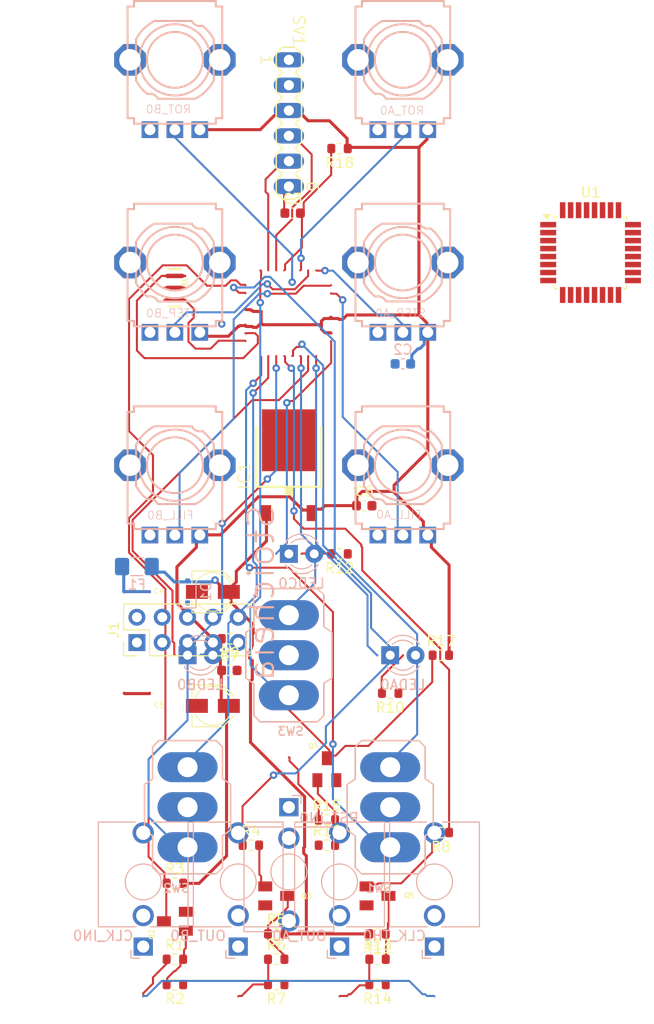
<source format=kicad_pcb>
(kicad_pcb (version 20240108) (generator "pcbnew") (generator_version "8.0")
  (layers (0 "F.Cu" signal) (31 "B.Cu" signal) (34 "B.Paste" user) (35 "F.Paste" user) (36 "B.SilkS" user "B.Silkscreen") (37 "F.SilkS" user "F.Silkscreen") (38 "B.Mask" user) (39 "F.Mask" user) (44 "Edge.Cuts" user))
  (net 0 "")
  (net 1 "N$1")
  (net 2 "N$2")
  (net 3 "N$3")
  (net 4 "N$4")
  (net 5 "N$5")
  (net 6 "N$6")
  (net 7 "GND")
  (net 8 "Net-(C3-Pad1)")
  (net 9 "RSTIN")
  (net 10 "CLKIN")
  (net 11 "TRIGA")
  (net 12 "ALTA")
  (net 13 "TRIGB")
  (net 14 "ALTB")
  (net 15 "OUTB")
  (net 16 "CHN")
  (net 17 "-12V")
  (net 18 "+12V")
  (net 19 "5V")
  (net 20 "N$8")
  (net 21 "N$11")
  (net 22 "N$12")
  (net 23 "N$13")
  (net 24 "N$15")
  (net 25 "N$16")
  (net 26 "N$20")
  (net 27 "PE")
  (net 28 "N$22")
  (net 29 "N$23")
  (net 30 "N$24")
  (net 31 "N$25")
  (net 32 "N$26")
  (net 33 "N$27")
  (net 34 "N$28")
  (net 35 "N$29")
  (net 36 "/RX")
  (net 37 "+5V")
  (net 38 "/TX")
  (net 39 "/OUTB")
  (net 41 "Net-(U1-XTAL1{slash}PB6)")
  (net 42 "/ALTB")
  (net 43 "/RSTIN")
  (net 44 "Net-(ROT_A0-OUT)")
  (net 45 "/OUTA")
  (net 46 "Net-(STEP_B0-OUT)")
  (net 47 "/TRIGA")
  (net 48 "Net-(FILL_A0-OUT)")
  (net 49 "Net-(U1-~{RESET}{slash}PC6)")
  (net 50 "/TRIGB")
  (net 51 "Net-(STEP_A0-OUT)")
  (net 52 "/CLKIN")
  (net 53 "Net-(U1-PB3)")
  (net 55 "/ALTA")
  (net 56 "Net-(U1-XTAL2{slash}PB7)")
  (net 57 "/CHN")
  (net 58 "Net-(U1-PB5)")
  (net 59 "Net-(FILL_B0-OUT)")
  (net 60 "Net-(U1-PB4)")
  (net 61 "Net-(ROT_B0-OUT)")
  (net 62 "Net-(F1-Pad1)")
  (net 63 "Net-(Q2-PadB)")
  (net 64 "Net-(CLK_IN0-2)")
  (net 65 "Net-(Q3-PadB)")
  (net 66 "Net-(Q3-PadC)")
  (net 67 "Net-(OUT_B0-2)")
  (net 68 "Net-(Q5-PadB)")
  (net 69 "Net-(LEDB0-C)")
  (net 70 "Net-(LEDA0-C)")
  (net 71 "Net-(Q5-PadC)")
  (net 72 "Net-(LEDC0-C)")
  (net 73 "Net-(OUT_A0-2)")
  (net 74 "Net-(RST_IN0-2)")
  (net 75 "Net-(Q4-PadB)")
  (footprint "Resistor_SMD:R_0603_1608Metric" (layer "F.Cu") (at 166.2811 96.1136)
    (property "Reference" "R5" (at 0 -1.43 0) (layer "F.SilkS"))
    (property "Value" "1k")
    (pad "1" smd roundrect (at -0.825 0) (size 0.8 0.95) (layers "F.Cu" "F.Paste" "F.Mask") (net 66 "Net-(Q3-PadC)"))
    (pad "2" smd roundrect (at 0.825 0) (size 0.8 0.95) (layers "F.Cu" "F.Paste" "F.Mask") (net 18 "+12V"))
  )
  (footprint "Resistor_SMD:R_0603_1608Metric" (layer "F.Cu") (at 172.6311 58.0136 180)
    (property "Reference" "R12" (at 0 -1.43 180) (layer "F.SilkS"))
    (property "Value" "1K")
    (pad "1" smd roundrect (at -0.825 0 180) (size 0.8 0.95) (layers "F.Cu" "F.Paste" "F.Mask") (net 7 "GND"))
    (pad "2" smd roundrect (at 0.825 0 180) (size 0.8 0.95) (layers "F.Cu" "F.Paste" "F.Mask") (net 72 "Net-(LEDC0-C)"))
  )
  (footprint "Resistor_SMD:R_0603_1608Metric" (layer "F.Cu") (at 172.6311 17.3736 180)
    (property "Reference" "R18" (at 0 -1.43 180) (layer "F.SilkS"))
    (property "Value" "10k")
    (pad "1" smd roundrect (at -0.825 0 180) (size 0.8 0.95) (layers "F.Cu" "F.Paste" "F.Mask") (net 37 "+5V"))
    (pad "2" smd roundrect (at 0.825 0 180) (size 0.8 0.95) (layers "F.Cu" "F.Paste" "F.Mask") (net 49 "Net-(U1-~{RESET}{slash}PC6)"))
  )
  (footprint "Resistor_SMD:R_0603_1608Metric" (layer "F.Cu") (at 161.6456 66.5226 180)
    (property "Reference" "R9" (at 0 -1.43 180) (layer "F.SilkS"))
    (property "Value" "1K")
    (pad "1" smd roundrect (at -0.825 0 180) (size 0.8 0.95) (layers "F.Cu" "F.Paste" "F.Mask") (net 7 "GND"))
    (pad "2" smd roundrect (at 0.825 0 180) (size 0.8 0.95) (layers "F.Cu" "F.Paste" "F.Mask") (net 69 "Net-(LEDB0-C)"))
  )
  (footprint "Resistor_SMD:R_0603_1608Metric" (layer "F.Cu") (at 163.7411 87.2236)
    (property "Reference" "R4" (at 0 -1.43 0) (layer "F.SilkS"))
    (property "Value" "1k")
    (pad "1" smd roundrect (at -0.825 0) (size 0.8 0.95) (layers "F.Cu" "F.Paste" "F.Mask") (net 39 "/OUTB"))
    (pad "2" smd roundrect (at 0.825 0) (size 0.8 0.95) (layers "F.Cu" "F.Paste" "F.Mask") (net 65 "Net-(Q3-PadB)"))
  )
  (footprint "stoichea_v0.2:SOT23-BEC_1879502" (layer "F.Cu") (at 166.2811 92.3036 -90)
    (property "Reference" "Q3" (at 0.3175 -2.4765 0) (layer "F.SilkS") (effects (font (size 0.516128 0.516128) (thickness 0.093472)) (justify left bottom)))
    (property "Value" "MMBT3904")
    (pad "B" smd rect (at -0.95 1.1 270) (size 1 1.4) (layers "F.Cu" "F.Paste" "F.Mask") (net 22 "N$12"))
    (pad "C" smd rect (at 0 -1.1 270) (size 1 1.4) (layers "F.Cu" "F.Paste" "F.Mask") (net 23 "N$13"))
    (pad "E" smd rect (at 0.95 1.1 270) (size 1 1.4) (layers "F.Cu" "F.Paste" "F.Mask") (net 27 "PE"))
  )
  (footprint "Resistor_SMD:R_0603_1608Metric" (layer "F.Cu") (at 156.1211 98.6536)
    (property "Reference" "R1" (at 0 -1.43 0) (layer "F.SilkS"))
    (property "Value" "100k")
    (pad "1" smd roundrect (at -0.825 0) (size 0.8 0.95) (layers "F.Cu" "F.Paste" "F.Mask") (net 64 "Net-(CLK_IN0-2)"))
    (pad "2" smd roundrect (at 0.825 0) (size 0.8 0.95) (layers "F.Cu" "F.Paste" "F.Mask") (net 63 "Net-(Q2-PadB)"))
  )
  (footprint "Capacitor_SMD:C_0603_1608Metric" (layer "F.Cu") (at 161.5821 69.6976)
    (property "Reference" "C7" (at 0 -1.43 0) (layer "F.SilkS"))
    (property "Value" "100n")
    (pad "1" smd roundrect (at -0.775 0) (size 0.9 0.95) (layers "F.Cu" "F.Paste" "F.Mask") (net 37 "+5V"))
    (pad "2" smd roundrect (at 0.775 0) (size 0.9 0.95) (layers "F.Cu" "F.Paste" "F.Mask") (net 7 "GND"))
  )
  (footprint "stoichea_v0.2:SOT23-BEC_1879502" (layer "F.Cu") (at 171.3611 79.6036)
    (property "Reference" "Q4" (at -1.905 -2.032 0) (layer "F.SilkS") (effects (font (size 0.516128 0.516128) (thickness 0.093472)) (justify left bottom)))
    (property "Value" "MMBT3904")
    (pad "B" smd rect (at -0.95 1.1) (size 1 1.4) (layers "F.Cu" "F.Paste" "F.Mask") (net 26 "N$20"))
    (pad "C" smd rect (at 0 -1.1) (size 1 1.4) (layers "F.Cu" "F.Paste" "F.Mask") (net 9 "RSTIN"))
    (pad "E" smd rect (at 0.95 1.1) (size 1 1.4) (layers "F.Cu" "F.Paste" "F.Mask") (net 27 "PE"))
  )
  (footprint "stoichea_v0.2:SOT23-BEC_1879502" (layer "F.Cu") (at 176.4411 92.3036 -90)
    (property "Reference" "Q5" (at 0.254 -2.6035 0) (layer "F.SilkS") (effects (font (size 0.516128 0.516128) (thickness 0.093472)) (justify left bottom)))
    (property "Value" "MMBT3904")
    (pad "B" smd rect (at -0.95 1.1 270) (size 1 1.4) (layers "F.Cu" "F.Paste" "F.Mask") (net 24 "N$15"))
    (pad "C" smd rect (at 0 -1.1 270) (size 1 1.4) (layers "F.Cu" "F.Paste" "F.Mask") (net 25 "N$16"))
    (pad "E" smd rect (at 0.95 1.1 270) (size 1 1.4) (layers "F.Cu" "F.Paste" "F.Mask") (net 27 "PE"))
  )
  (footprint "Resistor_SMD:R_0603_1608Metric" (layer "F.Cu") (at 176.4411 101.1936 180)
    (property "Reference" "R14" (at 0 -1.43 180) (layer "F.SilkS"))
    (property "Value" "1k")
    (pad "1" smd roundrect (at -0.825 0 180) (size 0.8 0.95) (layers "F.Cu" "F.Paste" "F.Mask") (net 7 "GND"))
    (pad "2" smd roundrect (at 0.825 0 180) (size 0.8 0.95) (layers "F.Cu" "F.Paste" "F.Mask") (net 73 "Net-(OUT_A0-2)"))
  )
  (footprint "Resistor_SMD:R_0603_1608Metric" (layer "F.Cu") (at 156.1211 91.0336)
    (property "Reference" "R3" (at 0 -1.43 0) (layer "F.SilkS"))
    (property "Value" "10k")
    (pad "1" smd roundrect (at -0.825 0) (size 0.8 0.95) (layers "F.Cu" "F.Paste" "F.Mask") (net 52 "/CLKIN"))
    (pad "2" smd roundrect (at 0.825 0) (size 0.8 0.95) (layers "F.Cu" "F.Paste" "F.Mask") (net 37 "+5V"))
  )
  (footprint "Resistor_SMD:R_0603_1608Metric" (layer "F.Cu") (at 156.1211 101.1936 180)
    (property "Reference" "R2" (at 0 -1.43 180) (layer "F.SilkS"))
    (property "Value" "1m")
    (pad "1" smd roundrect (at -0.825 0 180) (size 0.8 0.95) (layers "F.Cu" "F.Paste" "F.Mask") (net 7 "GND"))
    (pad "2" smd roundrect (at 0.825 0 180) (size 0.8 0.95) (layers "F.Cu" "F.Paste" "F.Mask") (net 63 "Net-(Q2-PadB)"))
  )
  (footprint "Capacitor_SMD:C_0603_1608Metric" (layer "F.Cu") (at 175.1076 53.1876)
    (property "Reference" "C6" (at 0 -1.43 0) (layer "F.SilkS"))
    (property "Value" "100n")
    (pad "1" smd roundrect (at -0.775 0) (size 0.9 0.95) (layers "F.Cu" "F.Paste" "F.Mask") (net 37 "+5V"))
    (pad "2" smd roundrect (at 0.775 0) (size 0.9 0.95) (layers "F.Cu" "F.Paste" "F.Mask") (net 7 "GND"))
  )
  (footprint "Capacitor_SMD:C_0603_1608Metric" (layer "F.Cu") (at 167.9321 23.8506)
    (property "Reference" "C3" (at 0 -1.43 0) (layer "F.SilkS"))
    (property "Value" "100n")
    (pad "1" smd roundrect (at -0.775 0) (size 0.9 0.95) (layers "F.Cu" "F.Paste" "F.Mask") (net 8 "Net-(C3-Pad1)"))
    (pad "2" smd roundrect (at 0.775 0) (size 0.9 0.95) (layers "F.Cu" "F.Paste" "F.Mask") (net 49 "Net-(U1-~{RESET}{slash}PC6)"))
  )
  (footprint "Resistor_SMD:R_0603_1608Metric" (layer "F.Cu") (at 182.7911 68.1736)
    (property "Reference" "R17" (at 0 -1.43 0) (layer "F.SilkS"))
    (property "Value" "10k")
    (pad "1" smd roundrect (at -0.825 0) (size 0.8 0.95) (layers "F.Cu" "F.Paste" "F.Mask") (net 43 "/RSTIN"))
    (pad "2" smd roundrect (at 0.825 0) (size 0.8 0.95) (layers "F.Cu" "F.Paste" "F.Mask") (net 37 "+5V"))
  )
  (footprint "Resistor_SMD:R_0603_1608Metric" (layer "F.Cu") (at 182.7911 85.9536 180)
    (property "Reference" "R8" (at 0 -1.43 180) (layer "F.SilkS"))
    (property "Value" "1k")
    (pad "1" smd roundrect (at -0.825 0 180) (size 0.8 0.95) (layers "F.Cu" "F.Paste" "F.Mask") (net 45 "/OUTA"))
    (pad "2" smd roundrect (at 0.825 0 180) (size 0.8 0.95) (layers "F.Cu" "F.Paste" "F.Mask") (net 68 "Net-(Q5-PadB)"))
  )
  (footprint "stoichea_v0.2:PANASONIC_B_1879502" (layer "F.Cu") (at 159.9311 73.2536)
    (property "Reference" "C5" (at -5.96 0.24 0) (layer "F.SilkS") (effects (font (size 0.534822 0.534822) (thickness 0.074778)) (justify left bottom)))
    (property "Value" "10u")
    (pad "+" smd rect (at 1.6 0) (size 2.2 1.4) (layers "F.Cu" "F.Paste" "F.Mask") (net 19 "5V"))
    (pad "-" smd rect (at -1.6 0) (size 2.2 1.4) (layers "F.Cu" "F.Paste" "F.Mask") (net 27 "PE"))
  )
  (footprint "stoichea_v0.2:PANASONIC_B_1879502" (layer "F.Cu") (at 159.9311 61.8236)
    (property "Reference" "C4" (at -5.96 0.24 0) (layer "F.SilkS") (effects (font (size 0.534822 0.534822) (thickness 0.074778)) (justify left bottom)))
    (property "Value" "10u")
    (pad "+" smd rect (at 1.6 0) (size 2.2 1.4) (layers "F.Cu" "F.Paste" "F.Mask") (net 18 "+12V"))
    (pad "-" smd rect (at -1.6 0) (size 2.2 1.4) (layers "F.Cu" "F.Paste" "F.Mask") (net 27 "PE"))
  )
  (footprint "Connector_PinHeader_2.54mm:PinHeader_2x05_P2.54mm_Vertical" (layer "F.Cu") (at 152.3111 66.9036 90)
    (property "Reference" "J1" (at 1.27 -2.33 90) (layer "F.SilkS"))
    (property "Value" "HEADER-EUROPWR_2X05-OPEN")
    (pad "1" thru_hole rect (at 0 0 90) (size 1.7 1.7) (drill 1) (layers "*.Cu" "*.Mask") (net 17 "-12V"))
    (pad "2" thru_hole oval (at 2.54 0 90) (size 1.7 1.7) (drill 1) (layers "*.Cu" "*.Mask") (net 17 "-12V"))
    (pad "3" thru_hole oval (at 0 2.54 90) (size 1.7 1.7) (drill 1) (layers "*.Cu" "*.Mask") (net 7 "GND"))
    (pad "4" thru_hole oval (at 2.54 2.54 90) (size 1.7 1.7) (drill 1) (layers "*.Cu" "*.Mask") (net 7 "GND"))
    (pad "5" thru_hole oval (at 0 5.08 90) (size 1.7 1.7) (drill 1) (layers "*.Cu" "*.Mask") (net 7 "GND"))
    (pad "6" thru_hole oval (at 2.54 5.08 90) (size 1.7 1.7) (drill 1) (layers "*.Cu" "*.Mask") (net 7 "GND"))
    (pad "7" thru_hole oval (at 0 7.62 90) (size 1.7 1.7) (drill 1) (layers "*.Cu" "*.Mask") (net 7 "GND"))
    (pad "8" thru_hole oval (at 2.54 7.62 90) (size 1.7 1.7) (drill 1) (layers "*.Cu" "*.Mask") (net 7 "GND"))
    (pad "9" thru_hole oval (at 0 10.16 90) (size 1.7 1.7) (drill 1) (layers "*.Cu" "*.Mask") (net 62 "Net-(F1-Pad1)"))
    (pad "10" thru_hole oval (at 2.54 10.16 90) (size 1.7 1.7) (drill 1) (layers "*.Cu" "*.Mask") (net 62 "Net-(F1-Pad1)"))
  )
  (footprint "Resistor_SMD:R_0603_1608Metric" (layer "F.Cu") (at 176.4411 98.6536)
    (property "Reference" "R13" (at 0 -1.43 0) (layer "F.SilkS"))
    (property "Value" "100R")
    (pad "1" smd roundrect (at -0.825 0) (size 0.8 0.95) (layers "F.Cu" "F.Paste" "F.Mask") (net 73 "Net-(OUT_A0-2)"))
    (pad "2" smd roundrect (at 0.825 0) (size 0.8 0.95) (layers "F.Cu" "F.Paste" "F.Mask") (net 71 "Net-(Q5-PadC)"))
  )
  (footprint "stoichea_v0.2:TO252_262" (layer "F.Cu") (at 167.5511 49.1236)
    (property "Reference" "IC1" (at -3.81 2.54 90) (layer "F.SilkS") (effects (font (size 1.1684 1.1684) (thickness 0.1016)) (justify left bottom)))
    (property "Value" "7805DT")
    (pad "1" smd rect (at -2.28 4.8) (size 1 1.6) (layers "F.Cu" "F.Paste" "F.Mask") (net 18 "+12V"))
    (pad "2" smd rect (at 2.28 4.8) (size 1 1.6) (layers "F.Cu" "F.Paste" "F.Mask") (net 19 "5V"))
    (pad "3" smd rect (at 0 -2.5) (size 5.4 6.2) (layers "F.Cu" "F.Paste" "F.Mask") (net 27 "PE"))
  )
  (footprint "Package_QFP:TQFP-32_7x7mm_P0.8mm" (layer "F.Cu") (at 197.807 27.807)
    (property "Reference" "U1" (at 0 -6.05 0) (layer "F.SilkS"))
    (property "Value" "ATmega168-20A")
    (pad "1" smd rect (at -4.25 -2.8) (size 1.6 0.55) (layers "F.Cu" "F.Paste" "F.Mask") (net 52 "/CLKIN"))
    (pad "2" smd rect (at -4.25 -2) (size 1.6 0.55) (layers "F.Cu" "F.Paste" "F.Mask") (net 47 "/TRIGA"))
    (pad "3" smd rect (at -4.25 -1.2) (size 1.6 0.55) (layers "F.Cu" "F.Paste" "F.Mask") (net 7 "GND"))
    (pad "4" smd rect (at -4.25 -0.4) (size 1.6 0.55) (layers "F.Cu" "F.Paste" "F.Mask") (net 37 "+5V"))
    (pad "5" smd rect (at -4.25 0.4) (size 1.6 0.55) (layers "F.Cu" "F.Paste" "F.Mask") (net 7 "GND"))
    (pad "6" smd rect (at -4.25 1.2) (size 1.6 0.55) (layers "F.Cu" "F.Paste" "F.Mask") (net 37 "+5V"))
    (pad "7" smd rect (at -4.25 2) (size 1.6 0.55) (layers "F.Cu" "F.Paste" "F.Mask") (net 41 "Net-(U1-XTAL1{slash}PB6)"))
    (pad "8" smd rect (at -4.25 2.8) (size 1.6 0.55) (layers "F.Cu" "F.Paste" "F.Mask") (net 56 "Net-(U1-XTAL2{slash}PB7)"))
    (pad "9" smd rect (at -2.8 4.25 90) (size 1.6 0.55) (layers "F.Cu" "F.Paste" "F.Mask") (net 55 "/ALTA"))
    (pad "10" smd rect (at -2 4.25 90) (size 1.6 0.55) (layers "F.Cu" "F.Paste" "F.Mask") (net 50 "/TRIGB"))
    (pad "11" smd rect (at -1.2 4.25 90) (size 1.6 0.55) (layers "F.Cu" "F.Paste" "F.Mask") (net 42 "/ALTB"))
    (pad "12" smd rect (at -0.4 4.25 90) (size 1.6 0.55) (layers "F.Cu" "F.Paste" "F.Mask") (net 45 "/OUTA"))
    (pad "13" smd rect (at 0.4 4.25 90) (size 1.6 0.55) (layers "F.Cu" "F.Paste" "F.Mask") (net 39 "/OUTB"))
    (pad "14" smd rect (at 1.2 4.25 90) (size 1.6 0.55) (layers "F.Cu" "F.Paste" "F.Mask") (net 57 "/CHN"))
    (pad "15" smd rect (at 2 4.25 90) (size 1.6 0.55) (layers "F.Cu" "F.Paste" "F.Mask") (net 53 "Net-(U1-PB3)"))
    (pad "16" smd rect (at 2.8 4.25 90) (size 1.6 0.55) (layers "F.Cu" "F.Paste" "F.Mask") (net 60 "Net-(U1-PB4)"))
    (pad "17" smd rect (at 4.25 2.8) (size 1.6 0.55) (layers "F.Cu" "F.Paste" "F.Mask") (net 58 "Net-(U1-PB5)"))
    (pad "18" smd rect (at 4.25 2) (size 1.6 0.55) (layers "F.Cu" "F.Paste" "F.Mask") (net 37 "+5V"))
    (pad "19" smd rect (at 4.25 1.2) (size 1.6 0.55) (layers "F.Cu" "F.Paste" "F.Mask"))
    (pad "20" smd rect (at 4.25 0.4) (size 1.6 0.55) (layers "F.Cu" "F.Paste" "F.Mask") (net 37 "+5V"))
    (pad "21" smd rect (at 4.25 -0.4) (size 1.6 0.55) (layers "F.Cu" "F.Paste" "F.Mask") (net 7 "GND"))
    (pad "22" smd rect (at 4.25 -1.2) (size 1.6 0.55) (layers "F.Cu" "F.Paste" "F.Mask"))
    (pad "23" smd rect (at 4.25 -2) (size 1.6 0.55) (layers "F.Cu" "F.Paste" "F.Mask") (net 48 "Net-(FILL_A0-OUT)"))
    (pad "24" smd rect (at 4.25 -2.8) (size 1.6 0.55) (layers "F.Cu" "F.Paste" "F.Mask") (net 59 "Net-(FILL_B0-OUT)"))
    (pad "25" smd rect (at 2.8 -4.25 90) (size 1.6 0.55) (layers "F.Cu" "F.Paste" "F.Mask") (net 51 "Net-(STEP_A0-OUT)"))
    (pad "26" smd rect (at 2 -4.25 90) (size 1.6 0.55) (layers "F.Cu" "F.Paste" "F.Mask") (net 46 "Net-(STEP_B0-OUT)"))
    (pad "27" smd rect (at 1.2 -4.25 90) (size 1.6 0.55) (layers "F.Cu" "F.Paste" "F.Mask") (net 44 "Net-(ROT_A0-OUT)"))
    (pad "28" smd rect (at 0.4 -4.25 90) (size 1.6 0.55) (layers "F.Cu" "F.Paste" "F.Mask") (net 61 "Net-(ROT_B0-OUT)"))
    (pad "29" smd rect (at -0.4 -4.25 90) (size 1.6 0.55) (layers "F.Cu" "F.Paste" "F.Mask") (net 49 "Net-(U1-~{RESET}{slash}PC6)"))
    (pad "30" smd rect (at -1.2 -4.25 90) (size 1.6 0.55) (layers "F.Cu" "F.Paste" "F.Mask") (net 36 "/RX"))
    (pad "31" smd rect (at -2 -4.25 90) (size 1.6 0.55) (layers "F.Cu" "F.Paste" "F.Mask") (net 38 "/TX"))
    (pad "32" smd rect (at -2.8 -4.25 90) (size 1.6 0.55) (layers "F.Cu" "F.Paste" "F.Mask") (net 43 "/RSTIN"))
  )
  (footprint "stoichea_v0.2:RESONATOR-SMD-3.2X1.3_1879502" (layer "F.Cu") (at 156.1211 31.3436 -90)
    (property "Reference" "Y1" (at 0 -1.27 -90) (layer "F.SilkS") (effects (font (size 0.48768 0.48768) (thickness 0.12192)) (justify right top)))
    (property "Value" "16MHz")
    (fp_line (start -1.2 1.016) (end -1.2 0) (stroke (width 0.254)) (layer "F.Cu"))
    (fp_line (start -1.2 0) (end -1.2 -1.016) (stroke (width 0.254)) (layer "F.Cu"))
    (fp_line (start 0 0) (end 0 1.016) (stroke (width 0.254)) (layer "F.Cu"))
    (fp_line (start 0 0) (end 0 -1.016) (stroke (width 0.254)) (layer "F.Cu"))
    (fp_line (start 1.2 0) (end 1.2 1.016) (stroke (width 0.254)) (layer "F.Cu"))
    (fp_line (start 1.2 0) (end 1.2 -1.016) (stroke (width 0.254)) (layer "F.Cu"))
    (pad "1" smd roundrect (at -1.2 0 270) (size 0.45 1.905) (layers "F.Cu" "F.Paste" "F.Mask") (roundrect_rratio 0.5) (net 35 "N$29"))
    (pad "2" smd roundrect (at 0 0 270) (size 0.45 1.905) (layers "F.Cu" "F.Paste" "F.Mask") (roundrect_rratio 0.5) (net 27 "PE"))
    (pad "3" smd roundrect (at 1.2 0 270) (size 0.45 1.905) (layers "F.Cu" "F.Paste" "F.Mask") (roundrect_rratio 0.5) (net 34 "N$28"))
  )
  (footprint "Resistor_SMD:R_0603_1608Metric" (layer "F.Cu") (at 166.2811 98.6536)
    (property "Reference" "R6" (at 0 -1.43 0) (layer "F.SilkS"))
    (property "Value" "100R")
    (pad "1" smd roundrect (at -0.825 0) (size 0.8 0.95) (layers "F.Cu" "F.Paste" "F.Mask") (net 67 "Net-(OUT_B0-2)"))
    (pad "2" smd roundrect (at 0.825 0) (size 0.8 0.95) (layers "F.Cu" "F.Paste" "F.Mask") (net 66 "Net-(Q3-PadC)"))
  )
  (footprint "Resistor_SMD:R_0603_1608Metric" (layer "F.Cu") (at 176.4411 96.1136 180)
    (property "Reference" "R11" (at 0 -1.43 180) (layer "F.SilkS"))
    (property "Value" "1k")
    (pad "1" smd roundrect (at -0.825 0 180) (size 0.8 0.95) (layers "F.Cu" "F.Paste" "F.Mask") (net 71 "Net-(Q5-PadC)"))
    (pad "2" smd roundrect (at 0.825 0 180) (size 0.8 0.95) (layers "F.Cu" "F.Paste" "F.Mask") (net 18 "+12V"))
  )
  (footprint "Resistor_SMD:R_0603_1608Metric" (layer "F.Cu") (at 166.2811 101.1936 180)
    (property "Reference" "R7" (at 0 -1.43 180) (layer "F.SilkS"))
    (property "Value" "1k")
    (pad "1" smd roundrect (at -0.825 0 180) (size 0.8 0.95) (layers "F.Cu" "F.Paste" "F.Mask") (net 7 "GND"))
    (pad "2" smd roundrect (at 0.825 0 180) (size 0.8 0.95) (layers "F.Cu" "F.Paste" "F.Mask") (net 67 "Net-(OUT_B0-2)"))
  )
  (footprint "Resistor_SMD:R_0603_1608Metric" (layer "F.Cu") (at 171.3611 87.2236)
    (property "Reference" "R16" (at 0 -1.43 0) (layer "F.SilkS"))
    (property "Value" "1M")
    (pad "1" smd roundrect (at -0.825 0) (size 0.8 0.95) (layers "F.Cu" "F.Paste" "F.Mask") (net 7 "GND"))
    (pad "2" smd roundrect (at 0.825 0) (size 0.8 0.95) (layers "F.Cu" "F.Paste" "F.Mask") (net 75 "Net-(Q4-PadB)"))
  )
  (footprint "Resistor_SMD:R_0603_1608Metric" (layer "F.Cu") (at 171.3611 84.6836)
    (property "Reference" "R15" (at 0 -1.43 0) (layer "F.SilkS"))
    (property "Value" "100k")
    (pad "1" smd roundrect (at -0.825 0) (size 0.8 0.95) (layers "F.Cu" "F.Paste" "F.Mask") (net 74 "Net-(RST_IN0-2)"))
    (pad "2" smd roundrect (at 0.825 0) (size 0.8 0.95) (layers "F.Cu" "F.Paste" "F.Mask") (net 75 "Net-(Q4-PadB)"))
  )
  (footprint "stoichea_v0.2:SOT23-BEC_1879502" (layer "F.Cu") (at 156.1211 94.8436 90)
    (property "Reference" "Q2" (at -1.905 -2.032 90) (layer "F.SilkS") (effects (font (size 0.516128 0.516128) (thickness 0.093472)) (justify left bottom)))
    (property "Value" "MMBT3904")
    (pad "B" smd rect (at -0.95 1.1 90) (size 1 1.4) (layers "F.Cu" "F.Paste" "F.Mask") (net 21 "N$11"))
    (pad "C" smd rect (at 0 -1.1 90) (size 1 1.4) (layers "F.Cu" "F.Paste" "F.Mask") (net 10 "CLKIN"))
    (pad "E" smd rect (at 0.95 1.1 90) (size 1 1.4) (layers "F.Cu" "F.Paste" "F.Mask") (net 27 "PE"))
  )
  (footprint "Resistor_SMD:R_0603_1608Metric" (layer "F.Cu") (at 177.7111 71.9836 180)
    (property "Reference" "R10" (at 0 -1.43 180) (layer "F.SilkS"))
    (property "Value" "1K")
    (pad "1" smd roundrect (at -0.825 0 180) (size 0.8 0.95) (layers "F.Cu" "F.Paste" "F.Mask") (net 7 "GND"))
    (pad "2" smd roundrect (at 0.825 0 180) (size 0.8 0.95) (layers "F.Cu" "F.Paste" "F.Mask") (net 70 "Net-(LEDA0-C)"))
  )
  (footprint "stoichea_v0.2:MA06-1" (layer "F.Cu") (at 167.5511 14.8336 -90)
    (property "Reference" "SV1" (at -7.62 -1.651 -90) (layer "F.SilkS") (effects (font (size 1.143 1.143) (thickness 0.127)) (justify right top)))
    (property "Value" "MA06-1")
    (fp_text user "1" (at -6.985 2.921 -90) (layer "F.SilkS") (effects (font (size 1.143 1.143) (thickness 0.127)) (justify left bottom)))
    (fp_text user "6" (at 5.715 -1.651 -90) (layer "F.SilkS") (effects (font (size 1.143 1.143) (thickness 0.127)) (justify left bottom)))
    (pad "1" thru_hole oval (at -6.35 0) (size 3.048 1.524) (drill 1.016) (layers "*.Cu" "*.Mask") (net 7 "GND"))
    (pad "2" thru_hole oval (at -3.81 0) (size 3.048 1.524) (drill 1.016) (layers "*.Cu" "*.Mask") (net 7 "GND"))
    (pad "3" thru_hole oval (at -1.27 0) (size 3.048 1.524) (drill 1.016) (layers "*.Cu" "*.Mask") (net 37 "+5V"))
    (pad "4" thru_hole oval (at 1.27 0) (size 3.048 1.524) (drill 1.016) (layers "*.Cu" "*.Mask") (net 36 "/RX"))
    (pad "5" thru_hole oval (at 3.81 0) (size 3.048 1.524) (drill 1.016) (layers "*.Cu" "*.Mask") (net 38 "/TX"))
    (pad "6" thru_hole oval (at 6.35 0) (size 3.048 1.524) (drill 1.016) (layers "*.Cu" "*.Mask") (net 8 "Net-(C3-Pad1)"))
  )
  (footprint "stoichea_v0.2:9MM_PLS_1879502" (layer "B.Cu") (at 178.9811 28.8036 180)
    (property "Reference" "STEP_A0" (at -2.365 -5.565 -0) (layer "B.SilkS") (effects (font (size 0.82357 0.82357) (thickness 0.06543)) (justify left bottom mirror)))
    (property "Value" "POT_9MM_PCB-PLS" (hide yes))
    (pad "1" thru_hole rect (at -2.5 -7 270) (size 1.6764 1.6764) (drill 1.1) (layers "*.Cu" "*.Mask") (net 19 "5V"))
    (pad "2" thru_hole rect (at 0 -7 270) (size 1.6764 1.6764) (drill 1.1) (layers "*.Cu" "*.Mask") (net 30 "N$24"))
    (pad "3" thru_hole rect (at 2.5 -7 270) (size 1.6764 1.6764) (drill 1.1) (layers "*.Cu" "*.Mask") (net 27 "PE"))
    (pad "M1" thru_hole roundrect (at 4.5 0 270) (size 3.175 3.175) (drill 2.159) (layers "*.Cu" "*.Mask") (chamfer_ratio 0.2928932188) (chamfer top_left top_right bottom_left bottom_right))
    (pad "M2" thru_hole roundrect (at -4.5 0 270) (size 3.175 3.175) (drill 2.159) (layers "*.Cu" "*.Mask") (chamfer_ratio 0.2928932188) (chamfer top_left top_right bottom_left bottom_right))
  )
  (footprint "Inductor_SMD:L_1206_3216Metric_Pad1.42x1.75mm_HandSolder" (layer "B.Cu") (at 152.3111 59.2836)
    (property "Reference" "F1" (at 0 1.82 180) (layer "B.SilkS") (effects (justify mirror)))
    (property "Value" "6V/0.5A")
    (pad "1" smd roundrect (at -1.4875 0) (size 1.425 1.75) (layers "B.Cu" "B.Paste" "B.Mask") (roundrect_rratio 0.175439) (net 62 "Net-(F1-Pad1)"))
    (pad "2" smd roundrect (at 1.4875 0) (size 1.425 1.75) (layers "B.Cu" "B.Paste" "B.Mask") (roundrect_rratio 0.175439) (net 18 "+12V"))
  )
  (footprint "Connector_Audio:Jack_3.5mm_QingPu_WQP-PJ398SM_Vertical_CircularHoles" (layer "B.Cu") (at 167.5511 83.4136 180)
    (property "Reference" "RST_IN0" (at -4.03 -1.08 360) (layer "B.SilkS") (effects (justify mirror)))
    (property "Value" "JACK_THONKICONN-WQP-PJ301M-12")
    (pad "S" thru_hole rect (at 0 0) (size 1.93 1.83) (drill 1.22) (layers "*.Cu" "*.Mask"))
    (pad "T" thru_hole circle (at 0 -11.4) (size 2.13 2.13) (drill 1.43) (layers "*.Cu" "*.Mask"))
    (pad "TN" thru_hole circle (at 0 -3.1) (size 2.13 2.13) (drill 1.42) (layers "*.Cu" "*.Mask"))
  )
  (footprint "Connector_Audio:Jack_3.5mm_QingPu_WQP-PJ398SM_Vertical_CircularHoles" (layer "B.Cu") (at 172.6311 97.3836)
    (property "Reference" "OUT_A0" (at -4.03 -1.08 180) (layer "B.SilkS") (effects (justify mirror)))
    (property "Value" "JACK_THONKICONN-WQP-PJ301M-12")
    (pad "S" thru_hole rect (at 0 0 180) (size 1.93 1.83) (drill 1.22) (layers "*.Cu" "*.Mask"))
    (pad "T" thru_hole circle (at 0 -11.4 180) (size 2.13 2.13) (drill 1.43) (layers "*.Cu" "*.Mask"))
    (pad "TN" thru_hole circle (at 0 -3.1 180) (size 2.13 2.13) (drill 1.42) (layers "*.Cu" "*.Mask"))
  )
  (footprint "Connector_Audio:Jack_3.5mm_QingPu_WQP-PJ398SM_Vertical_CircularHoles" (layer "B.Cu") (at 162.4711 97.3836)
    (property "Reference" "OUT_B0" (at -4.03 -1.08 180) (layer "B.SilkS") (effects (justify mirror)))
    (property "Value" "JACK_THONKICONN-WQP-PJ301M-12")
    (pad "S" thru_hole rect (at 0 0 180) (size 1.93 1.83) (drill 1.22) (layers "*.Cu" "*.Mask"))
    (pad "T" thru_hole circle (at 0 -11.4 180) (size 2.13 2.13) (drill 1.43) (layers "*.Cu" "*.Mask"))
    (pad "TN" thru_hole circle (at 0 -3.1 180) (size 2.13 2.13) (drill 1.42) (layers "*.Cu" "*.Mask"))
  )
  (footprint "stoichea_v0.2:9MM_PLS_1879502" (layer "B.Cu") (at 156.1211 8.4836 180)
    (property "Reference" "ROT_B0" (at -1.6665 -5.438 -0) (layer "B.SilkS") (effects (font (size 0.82357 0.82357) (thickness 0.06543)) (justify left bottom mirror)))
    (property "Value" "POT_9MM_PCB-PLS" (hide yes))
    (pad "1" thru_hole rect (at -2.5 -7 270) (size 1.6764 1.6764) (drill 1.1) (layers "*.Cu" "*.Mask") (net 19 "5V"))
    (pad "2" thru_hole rect (at 0 -7 270) (size 1.6764 1.6764) (drill 1.1) (layers "*.Cu" "*.Mask") (net 33 "N$27"))
    (pad "3" thru_hole rect (at 2.5 -7 270) (size 1.6764 1.6764) (drill 1.1) (layers "*.Cu" "*.Mask") (net 27 "PE"))
    (pad "M1" thru_hole roundrect (at 4.5 0 270) (size 3.175 3.175) (drill 2.159) (layers "*.Cu" "*.Mask") (chamfer_ratio 0.2928932188) (chamfer top_left top_right bottom_left bottom_right))
    (pad "M2" thru_hole roundrect (at -4.5 0 270) (size 3.175 3.175) (drill 2.159) (layers "*.Cu" "*.Mask") (chamfer_ratio 0.2928932188) (chamfer top_left top_right bottom_left bottom_right))
  )
  (footprint "LED_THT:LED_D3.0mm" (layer "B.Cu") (at 157.3911 68.1736)
    (property "Reference" "LEDB0" (at 1.27 2.96 180) (layer "B.SilkS") (effects (justify mirror)))
    (property "Value" "LED3MM")
    (pad "1" thru_hole rect (at 0 0) (size 1.8 1.8) (drill 0.9) (layers "*.Cu" "*.Mask"))
    (pad "2" thru_hole circle (at 2.54 0) (size 1.8 1.8) (drill 0.9) (layers "*.Cu" "*.Mask"))
  )
  (footprint "stoichea_v0.2:9MM_PLS_1879502" (layer "B.Cu") (at 156.1211 49.1236 180)
    (property "Reference" "FILL_B0" (at -1.9205 -5.5015 -0) (layer "B.SilkS") (effects (font (size 0.82357 0.82357) (thickness 0.06543)) (justify left bottom mirror)))
    (property "Value" "POT_9MM_PCB-PLS" (hide yes))
    (pad "1" thru_hole rect (at -2.5 -7 270) (size 1.6764 1.6764) (drill 1.1) (layers "*.Cu" "*.Mask") (net 19 "5V"))
    (pad "2" thru_hole rect (at 0 -7 270) (size 1.6764 1.6764) (drill 1.1) (layers "*.Cu" "*.Mask") (net 29 "N$23"))
    (pad "3" thru_hole rect (at 2.5 -7 270) (size 1.6764 1.6764) (drill 1.1) (layers "*.Cu" "*.Mask") (net 27 "PE"))
    (pad "M1" thru_hole roundrect (at 4.5 0 270) (size 3.175 3.175) (drill 2.159) (layers "*.Cu" "*.Mask") (chamfer_ratio 0.2928932188) (chamfer top_left top_right bottom_left bottom_right))
    (pad "M2" thru_hole roundrect (at -4.5 0 270) (size 3.175 3.175) (drill 2.159) (layers "*.Cu" "*.Mask") (chamfer_ratio 0.2928932188) (chamfer top_left top_right bottom_left bottom_right))
  )
  (footprint "Connector_Audio:Jack_3.5mm_QingPu_WQP-PJ398SM_Vertical_CircularHoles" (layer "B.Cu") (at 182.1561 97.3836)
    (property "Reference" "CLK_TH0" (at -4.03 -1.08 180) (layer "B.SilkS") (effects (justify mirror)))
    (property "Value" "JACK_THONKICONN-WQP-PJ301M-12")
    (pad "S" thru_hole rect (at 0 0 180) (size 1.93 1.83) (drill 1.22) (layers "*.Cu" "*.Mask"))
    (pad "T" thru_hole circle (at 0 -11.4 180) (size 2.13 2.13) (drill 1.43) (layers "*.Cu" "*.Mask"))
    (pad "TN" thru_hole circle (at 0 -3.1 180) (size 2.13 2.13) (drill 1.42) (layers "*.Cu" "*.Mask"))
  )
  (footprint "stoichea_v0.2:320-916_1879502" (layer "B.Cu") (at 177.7111 83.4136)
    (property "Reference" "SW1" (at -2.54 7.62 0) (layer "B.SilkS") (effects (font (size 0.85598 0.85598) (thickness 0.16002)) (justify right top mirror)))
    (property "Value" "")
    (pad "1" thru_hole oval (at 0 4.0132) (size 6.0198 3.0099) (drill 2.0066) (layers "*.Cu" "*.Mask") (net 12 "ALTA"))
    (pad "2" thru_hole oval (at 0 0) (size 6.0198 3.0099) (drill 2.0066) (layers "*.Cu" "*.Mask") (net 27 "PE"))
    (pad "3" thru_hole oval (at 0 -4.0132) (size 6.0198 3.0099) (drill 2.0066) (layers "*.Cu" "*.Mask") (net 11 "TRIGA"))
  )
  (footprint "stoichea_v0.2:9MM_PLS_1879502" (layer "B.Cu") (at 156.1211 28.8036 180)
    (property "Reference" "STEP_B0" (at -2.365 -5.565 -0) (layer "B.SilkS") (effects (font (size 0.82357 0.82357) (thickness 0.06543)) (justify left bottom mirror)))
    (property "Value" "POT_9MM_PCB-PLS" (hide yes))
    (pad "1" thru_hole rect (at -2.5 -7 270) (size 1.6764 1.6764) (drill 1.1) (layers "*.Cu" "*.Mask") (net 19 "5V"))
    (pad "2" thru_hole rect (at 0 -7 270) (size 1.6764 1.6764) (drill 1.1) (layers "*.Cu" "*.Mask") (net 31 "N$25"))
    (pad "3" thru_hole rect (at 2.5 -7 270) (size 1.6764 1.6764) (drill 1.1) (layers "*.Cu" "*.Mask") (net 27 "PE"))
    (pad "M1" thru_hole roundrect (at 4.5 0 270) (size 3.175 3.175) (drill 2.159) (layers "*.Cu" "*.Mask") (chamfer_ratio 0.2928932188) (chamfer top_left top_right bottom_left bottom_right))
    (pad "M2" thru_hole roundrect (at -4.5 0 270) (size 3.175 3.175) (drill 2.159) (layers "*.Cu" "*.Mask") (chamfer_ratio 0.2928932188) (chamfer top_left top_right bottom_left bottom_right))
  )
  (footprint "stoichea_v0.2:320-916_1879502" (layer "B.Cu") (at 167.5511 68.1736 180)
    (property "Reference" "SW3" (at -1.5875 -8.128 -0) (layer "B.SilkS") (effects (font (size 0.85598 0.85598) (thickness 0.16002)) (justify left bottom mirror)))
    (property "Value" "")
    (pad "1" thru_hole oval (at 0 4.0132 180) (size 6.0198 3.0099) (drill 2.0066) (layers "*.Cu" "*.Mask") (net 16 "CHN"))
    (pad "2" thru_hole oval (at 0 0 180) (size 6.0198 3.0099) (drill 2.0066) (layers "*.Cu" "*.Mask") (net 27 "PE"))
    (pad "3" thru_hole oval (at 0 -4.0132 180) (size 6.0198 3.0099) (drill 2.0066) (layers "*.Cu" "*.Mask") (net 9 "RSTIN"))
  )
  (footprint "Capacitor_SMD:C_0603_1608Metric" (layer "B.Cu") (at 178.9811 38.9636 180)
    (property "Reference" "C2" (at 0 1.43 0) (layer "B.SilkS") (effects (justify mirror)))
    (property "Value" "100n")
    (pad "1" smd roundrect (at -0.775 0 180) (size 0.9 0.95) (layers "B.Cu" "B.Paste" "B.Mask") (net 37 "+5V"))
    (pad "2" smd roundrect (at 0.775 0 180) (size 0.9 0.95) (layers "B.Cu" "B.Paste" "B.Mask") (net 7 "GND"))
  )
  (footprint "stoichea_v0.2:9MM_PLS_1879502" (layer "B.Cu") (at 178.9811 8.4836 180)
    (property "Reference" "ROT_A0" (at -2.1745 -5.565 -0) (layer "B.SilkS") (effects (font (size 0.82357 0.82357) (thickness 0.06543)) (justify left bottom mirror)))
    (property "Value" "POT_9MM_PCB-PLS" (hide yes))
    (pad "1" thru_hole rect (at -2.5 -7 270) (size 1.6764 1.6764) (drill 1.1) (layers "*.Cu" "*.Mask") (net 19 "5V"))
    (pad "2" thru_hole rect (at 0 -7 270) (size 1.6764 1.6764) (drill 1.1) (layers "*.Cu" "*.Mask") (net 32 "N$26"))
    (pad "3" thru_hole rect (at 2.5 -7 270) (size 1.6764 1.6764) (drill 1.1) (layers "*.Cu" "*.Mask") (net 27 "PE"))
    (pad "M1" thru_hole roundrect (at 4.5 0 270) (size 3.175 3.175) (drill 2.159) (layers "*.Cu" "*.Mask") (chamfer_ratio 0.2928932188) (chamfer top_left top_right bottom_left bottom_right))
    (pad "M2" thru_hole roundrect (at -4.5 0 270) (size 3.175 3.175) (drill 2.159) (layers "*.Cu" "*.Mask") (chamfer_ratio 0.2928932188) (chamfer top_left top_right bottom_left bottom_right))
  )
  (footprint "LED_THT:LED_D3.0mm" (layer "B.Cu") (at 167.5511 58.0136)
    (property "Reference" "LEDC0" (at 1.27 2.96 180) (layer "B.SilkS") (effects (justify mirror)))
    (property "Value" "LED3MM")
    (pad "1" thru_hole rect (at 0 0) (size 1.8 1.8) (drill 0.9) (layers "*.Cu" "*.Mask"))
    (pad "2" thru_hole circle (at 2.54 0) (size 1.8 1.8) (drill 0.9) (layers "*.Cu" "*.Mask"))
  )
  (footprint "stoichea_v0.2:9MM_PLS_1879502" (layer "B.Cu") (at 178.9811 49.1236 180)
    (property "Reference" "FILL_A0" (at -1.9205 -5.438 -0) (layer "B.SilkS") (effects (font (size 0.82357 0.82357) (thickness 0.06543)) (justify left bottom mirror)))
    (property "Value" "POT_9MM_PCB-PLS" (hide yes))
    (pad "1" thru_hole rect (at -2.5 -7 270) (size 1.6764 1.6764) (drill 1.1) (layers "*.Cu" "*.Mask") (net 19 "5V"))
    (pad "2" thru_hole rect (at 0 -7 270) (size 1.6764 1.6764) (drill 1.1) (layers "*.Cu" "*.Mask") (net 28 "N$22"))
    (pad "3" thru_hole rect (at 2.5 -7 270) (size 1.6764 1.6764) (drill 1.1) (layers "*.Cu" "*.Mask") (net 27 "PE"))
    (pad "M1" thru_hole roundrect (at 4.5 0 270) (size 3.175 3.175) (drill 2.159) (layers "*.Cu" "*.Mask") (chamfer_ratio 0.2928932188) (chamfer top_left top_right bottom_left bottom_right))
    (pad "M2" thru_hole roundrect (at -4.5 0 270) (size 3.175 3.175) (drill 2.159) (layers "*.Cu" "*.Mask") (chamfer_ratio 0.2928932188) (chamfer top_left top_right bottom_left bottom_right))
  )
  (footprint "LED_THT:LED_D3.0mm" (layer "B.Cu") (at 177.7111 68.1736)
    (property "Reference" "LEDA0" (at 1.27 2.96 180) (layer "B.SilkS") (effects (justify mirror)))
    (property "Value" "LED3MM")
    (pad "1" thru_hole rect (at 0 0) (size 1.8 1.8) (drill 0.9) (layers "*.Cu" "*.Mask"))
    (pad "2" thru_hole circle (at 2.54 0) (size 1.8 1.8) (drill 0.9) (layers "*.Cu" "*.Mask"))
  )
  (footprint "stoichea_v0.2:320-916_1879502" (layer "B.Cu") (at 157.3911 83.4136)
    (property "Reference" "SW2" (at -2.54 7.62 0) (layer "B.SilkS") (effects (font (size 0.85598 0.85598) (thickness 0.16002)) (justify right top mirror)))
    (property "Value" "")
    (pad "1" thru_hole oval (at 0 4.0132) (size 6.0198 3.0099) (drill 2.0066) (layers "*.Cu" "*.Mask") (net 14 "ALTB"))
    (pad "2" thru_hole oval (at 0 0) (size 6.0198 3.0099) (drill 2.0066) (layers "*.Cu" "*.Mask") (net 27 "PE"))
    (pad "3" thru_hole oval (at 0 -4.0132) (size 6.0198 3.0099) (drill 2.0066) (layers "*.Cu" "*.Mask") (net 13 "TRIGB"))
  )
  (footprint "Connector_Audio:Jack_3.5mm_QingPu_WQP-PJ398SM_Vertical_CircularHoles" (layer "B.Cu") (at 152.9461 97.3836)
    (property "Reference" "CLK_IN0" (at -4.03 -1.08 180) (layer "B.SilkS") (effects (justify mirror)))
    (property "Value" "JACK_THONKICONN-WQP-PJ301M-12")
    (pad "S" thru_hole rect (at 0 0 180) (size 1.93 1.83) (drill 1.22) (layers "*.Cu" "*.Mask"))
    (pad "T" thru_hole circle (at 0 -11.4 180) (size 2.13 2.13) (drill 1.43) (layers "*.Cu" "*.Mask"))
    (pad "TN" thru_hole circle (at 0 -3.1 180) (size 2.13 2.13) (drill 1.42) (layers "*.Cu" "*.Mask"))
  )
  (footprint "Diode_SMD:D_SOD-323F" (layer "B.Cu") (at 157.3911 61.8236 90)
    (property "Reference" "D1" (at 0 1.85 -90) (layer "B.SilkS") (effects (justify mirror)))
    (property "Value" "SS14")
    (pad "1" smd roundrect (at -1.1 0 90) (size 0.5 0.5) (layers "B.Cu" "B.Paste" "B.Mask"))
    (pad "2" smd roundrect (at 1.1 0 90) (size 0.5 0.5) (layers "B.Cu" "B.Paste" "B.Mask"))
  )
  (gr_text "Stoicheia" (at 166.2811 52.9336 90) (layer "B.SilkS") (effects (font (size 2.57048 2.57048) (thickness 0.22352)) (justify left bottom mirror)))
  (segment (start 160.7693 67.6656) (end 160.7693 66.5988) (width 0.2032) (layer "F.Cu") (net 1))
  (segment (start 160.7693 66.5988) (end 160.7956 66.5226) (width 0.2032) (layer "F.Cu") (net 1))
  (via (at 160.7693 67.6656) (size 0.7564) (drill 0.35) (layers "F.Cu" "B.Cu") (net 1))
  (segment (start 160.3248 67.6656) (end 160.7693 67.6656) (width 0.2032) (layer "B.Cu") (net 1))
  (segment (start 158.7246 68.1101) (end 158.6611 68.1736) (width 0.2032) (layer "B.Cu") (net 1))
  (segment (start 158.7246 68.1101) (end 159.8803 68.1101) (width 0.2032) (layer "B.Cu") (net 1))
  (segment (start 159.8803 68.1101) (end 160.3248 67.6656) (width 0.2032) (layer "B.Cu") (net 1))
  (segment (start 176.8602 71.9328) (end 176.8611 71.9836) (width 0.2032) (layer "F.Cu") (net 2))
  (segment (start 178.9938 68.199) (end 176.8602 70.3326) (width 0.2032) (layer "F.Cu") (net 2))
  (segment (start 178.9938 68.199) (end 178.9811 68.1736) (width 0.2032) (layer "F.Cu") (net 2))
  (segment (start 176.8602 70.3326) (end 176.8602 71.9328) (width 0.2032) (layer "F.Cu") (net 2))
  (segment (start 168.8592 57.9755) (end 171.704 57.9755) (width 0.2032) (layer "F.Cu") (net 3))
  (segment (start 171.704 57.9755) (end 171.7811 58.0136) (width 0.2032) (layer "F.Cu") (net 3))
  (segment (start 168.8592 57.9755) (end 168.8211 58.0136) (width 0.2032) (layer "F.Cu") (net 3))
  (segment (start 151.8793 54.5973) (end 163.8808 42.5958) (width 0.2032) (layer "F.Cu") (net 4))
  (segment (start 155.8798 66.7766) (end 155.8798 61.7093) (width 0.2032) (layer "F.Cu") (net 4))
  (segment (start 166.5478 42.5958) (end 169.4815 39.6621) (width 0.2032) (layer "F.Cu") (net 4))
  (segment (start 156.0576 68.1101) (end 156.0576 66.9544) (width 0.2032) (layer "F.Cu") (net 4))
  (segment (start 169.4815 38.2397) (end 169.4876 38.1762) (width 0.2032) (layer "F.Cu") (net 4))
  (segment (start 163.8808 42.5958) (end 166.5478 42.5958) (width 0.2032) (layer "F.Cu") (net 4))
  (segment (start 156.0576 66.9544) (end 155.8798 66.7766) (width 0.2032) (layer "F.Cu") (net 4))
  (segment (start 151.8793 57.7088) (end 151.8793 54.5973) (width 0.2032) (layer "F.Cu") (net 4))
  (segment (start 156.0576 68.1101) (end 156.1211 68.1736) (width 0.2032) (layer "F.Cu") (net 4))
  (segment (start 169.4815 39.6621) (end 169.4815 38.2397) (width 0.2032) (layer "F.Cu") (net 4))
  (segment (start 155.8798 61.7093) (end 151.8793 57.7088) (width 0.2032) (layer "F.Cu") (net 4))
  (segment (start 170.2816 39.3954) (end 170.2816 38.2397) (width 0.2032) (layer "F.Cu") (net 5))
  (segment (start 170.2816 38.2397) (end 170.2876 38.1762) (width 0.2032) (layer "F.Cu") (net 5))
  (via (at 170.2816 39.3954) (size 0.7564) (drill 0.35) (layers "F.Cu" "B.Cu") (net 5))
  (segment (start 176.4157 68.199) (end 175.4378 67.2211) (width 0.2032) (layer "B.Cu") (net 5))
  (segment (start 175.4378 62.1538) (end 170.2816 56.9976) (width 0.2032) (layer "B.Cu") (net 5))
  (segment (start 170.2816 56.9976) (end 170.2816 39.3954) (width 0.2032) (layer "B.Cu") (net 5))
  (segment (start 175.4378 67.2211) (end 175.4378 62.1538) (width 0.2032) (layer "B.Cu") (net 5))
  (segment (start 176.4157 68.199) (end 176.4411 68.1736) (width 0.2032) (layer "B.Cu") (net 5))
  (segment (start 167.3479 42.8625) (end 167.5257 42.6847) (width 0.2032) (layer "F.Cu") (net 6))
  (segment (start 171.7929 36.7284) (end 171.7802 36.6836) (width 0.2032) (layer "F.Cu") (net 6))
  (segment (start 167.5257 42.6847) (end 167.9702 42.6847) (width 0.2032) (layer "F.Cu") (net 6))
  (segment (start 171.7929 38.862) (end 171.7929 36.7284) (width 0.2032) (layer "F.Cu") (net 6))
  (segment (start 167.9702 42.6847) (end 171.7929 38.862) (width 0.2032) (layer "F.Cu") (net 6))
  (via (at 167.3479 42.8625) (size 0.7564) (drill 0.35) (layers "F.Cu" "B.Cu") (net 6))
  (segment (start 166.2811 57.9755) (end 167.3479 56.9087) (width 0.2032) (layer "B.Cu") (net 6))
  (segment (start 166.2811 57.9755) (end 166.2811 58.0136) (width 0.2032) (layer "B.Cu") (net 6))
  (segment (start 167.3479 56.9087) (end 167.3479 42.8625) (width 0.2032) (layer "B.Cu") (net 6))
  (via (at 160.8201 34.9631) (size 0.7564) (drill 0.35) (layers "F.Cu" "B.Cu") (net 7))
  (segment (start 167.5257 21.2598) (end 167.0812 21.7043) (width 0.2032) (layer "F.Cu") (net 8))
  (segment (start 167.5257 21.2598) (end 167.5511 21.1836) (width 0.2032) (layer "F.Cu") (net 8))
  (segment (start 167.0812 21.7043) (end 167.0812 23.8379) (width 0.2032) (layer "F.Cu") (net 8))
  (segment (start 167.0812 23.8379) (end 167.0571 23.8506) (width 0.2032) (layer "F.Cu") (net 8))
  (segment (start 181.9275 68.199) (end 181.9411 68.1736) (width 0.2032) (layer "F.Cu") (net 9))
  (segment (start 173.2153 77.2668) (end 175.5267 77.2668) (width 0.2032) (layer "F.Cu") (net 9))
  (segment (start 164.7698 29.6164) (end 164.6876 29.591) (width 0.2032) (layer "F.Cu") (net 9))
  (segment (start 171.6151 78.2447) (end 172.2374 78.2447) (width 0.2032) (layer "F.Cu") (net 9))
  (segment (start 171.6151 78.1558) (end 171.3611 78.5036) (width 0.2032) (layer "F.Cu") (net 9))
  (segment (start 172.2374 78.2447) (end 173.2153 77.2668) (width 0.2032) (layer "F.Cu") (net 9))
  (segment (start 164.6809 32.8168) (end 164.6809 30.6832) (width 0.2032) (layer "F.Cu") (net 9))
  (segment (start 171.6151 77.7113) (end 171.6151 78.1558) (width 0.2032) (layer "F.Cu") (net 9))
  (segment (start 167.5257 73.6219) (end 171.6151 77.7113) (width 0.2032) (layer "F.Cu") (net 9))
  (segment (start 164.7698 30.5943) (end 164.7698 29.6164) (width 0.2032) (layer "F.Cu") (net 9))
  (segment (start 175.5267 77.2668) (end 181.9275 70.866) (width 0.2032) (layer "F.Cu") (net 9))
  (segment (start 171.4373 78.4225) (end 171.6151 78.2447) (width 0.2032) (layer "F.Cu") (net 9))
  (segment (start 171.4373 78.4225) (end 171.3611 78.5036) (width 0.2032) (layer "F.Cu") (net 9))
  (segment (start 181.9275 70.866) (end 181.9275 68.199) (width 0.2032) (layer "F.Cu") (net 9))
  (segment (start 164.6809 30.6832) (end 164.7698 30.5943) (width 0.2032) (layer "F.Cu") (net 9))
  (segment (start 167.5257 72.1995) (end 167.5257 73.6219) (width 0.2032) (layer "F.Cu") (net 9))
  (segment (start 167.5257 72.1995) (end 167.5511 72.1868) (width 0.2032) (layer "F.Cu") (net 9))
  (via (at 164.6809 32.8168) (size 0.7564) (drill 0.35) (layers "F.Cu" "B.Cu") (net 9))
  (segment (start 167.5257 72.1106) (end 167.5511 72.1868) (width 0.2032) (layer "B.Cu") (net 9))
  (segment (start 164.6809 62.3316) (end 164.6809 32.8168) (width 0.2032) (layer "B.Cu") (net 9))
  (segment (start 163.703 69.1769) (end 163.703 63.3095) (width 0.2032) (layer "B.Cu") (net 9))
  (segment (start 167.5257 72.1106) (end 166.6367 72.1106) (width 0.2032) (layer "B.Cu") (net 9))
  (segment (start 166.6367 72.1106) (end 163.703 69.1769) (width 0.2032) (layer "B.Cu") (net 9))
  (segment (start 163.703 63.3095) (end 164.6809 62.3316) (width 0.2032) (layer "B.Cu") (net 9))
  (segment (start 162.7251 31.0388) (end 163.1696 31.0388) (width 0.2032) (layer "F.Cu") (net 10))
  (segment (start 155.0797 94.7801) (end 155.2575 94.6023) (width 0.2032) (layer "F.Cu") (net 10))
  (segment (start 157.3022 29.083) (end 159.3469 31.1277) (width 0.2032) (layer "F.Cu") (net 10))
  (segment (start 155.0797 94.7801) (end 155.0211 94.8436) (width 0.2032) (layer "F.Cu") (net 10))
  (segment (start 155.2575 90.9574) (end 155.2711 91.0336) (width 0.2032) (layer "F.Cu") (net 10))
  (segment (start 155.0797 90.7796) (end 155.0797 89.9795) (width 0.2032) (layer "F.Cu") (net 10))
  (segment (start 153.4795 78.6003) (end 155.1686 76.9112) (width 0.2032) (layer "F.Cu") (net 10))
  (segment (start 161.2138 31.1277) (end 161.7472 30.5943) (width 0.2032) (layer "F.Cu") (net 10))
  (segment (start 155.2575 94.6023) (end 155.2575 91.0463) (width 0.2032) (layer "F.Cu") (net 10))
  (segment (start 155.2575 90.9574) (end 155.0797 90.7796) (width 0.2032) (layer "F.Cu") (net 10))
  (segment (start 151.5237 32.4612) (end 154.9019 29.083) (width 0.2032) (layer "F.Cu") (net 10))
  (segment (start 155.1686 76.9112) (end 155.1686 61.5315) (width 0.2032) (layer "F.Cu") (net 10))
  (segment (start 151.5237 54.4195) (end 153.924 52.0192) (width 0.2032) (layer "F.Cu") (net 10))
  (segment (start 162.2806 30.5943) (end 162.7251 31.0388) (width 0.2032) (layer "F.Cu") (net 10))
  (segment (start 163.1696 31.0388) (end 163.195 31.0836) (width 0.2032) (layer "F.Cu") (net 10))
  (segment (start 153.924 48.1076) (end 151.5237 45.7073) (width 0.2032) (layer "F.Cu") (net 10))
  (segment (start 153.4795 88.3793) (end 153.4795 78.6003) (width 0.2032) (layer "F.Cu") (net 10))
  (segment (start 154.9019 29.083) (end 157.3022 29.083) (width 0.2032) (layer "F.Cu") (net 10))
  (segment (start 153.924 52.0192) (end 153.924 48.1076) (width 0.2032) (layer "F.Cu") (net 10))
  (segment (start 151.5237 57.8866) (end 151.5237 54.4195) (width 0.2032) (layer "F.Cu") (net 10))
  (segment (start 155.0797 89.9795) (end 153.4795 88.3793) (width 0.2032) (layer "F.Cu") (net 10))
  (segment (start 155.2575 91.0463) (end 155.2711 91.0336) (width 0.2032) (layer "F.Cu") (net 10))
  (segment (start 155.1686 61.5315) (end 151.5237 57.8866) (width 0.2032) (layer "F.Cu") (net 10))
  (segment (start 159.3469 31.1277) (end 161.2138 31.1277) (width 0.2032) (layer "F.Cu") (net 10))
  (segment (start 151.5237 45.7073) (end 151.5237 32.4612) (width 0.2032) (layer "F.Cu") (net 10))
  (segment (start 161.7472 30.5943) (end 162.2806 30.5943) (width 0.2032) (layer "F.Cu") (net 10))
  (segment (start 162.0139 31.3055) (end 162.5473 31.8389) (width 0.2032) (layer "F.Cu") (net 11))
  (segment (start 163.1696 31.8389) (end 163.195 31.8836) (width 0.2032) (layer "F.Cu") (net 11))
  (segment (start 162.5473 31.8389) (end 163.1696 31.8389) (width 0.2032) (layer "F.Cu") (net 11))
  (via (at 162.0139 31.3055) (size 0.7564) (drill 0.35) (layers "F.Cu" "B.Cu") (net 11))
  (segment (start 177.7492 79.4004) (end 177.7492 78.7781) (width 0.2032) (layer "B.Cu") (net 11))
  (segment (start 177.7492 78.7781) (end 180.4162 76.1111) (width 0.2032) (layer "B.Cu") (net 11))
  (segment (start 165.1254 30.2387) (end 164.0586 31.3055) (width 0.2032) (layer "B.Cu") (net 11))
  (segment (start 172.1485 57.7977) (end 172.1485 36.7284) (width 0.2032) (layer "B.Cu") (net 11))
  (segment (start 172.1485 36.7284) (end 165.6588 30.2387) (width 0.2032) (layer "B.Cu") (net 11))
  (segment (start 180.4162 76.1111) (end 180.4162 66.0654) (width 0.2032) (layer "B.Cu") (net 11))
  (segment (start 165.6588 30.2387) (end 165.1254 30.2387) (width 0.2032) (layer "B.Cu") (net 11))
  (segment (start 164.0586 31.3055) (end 162.0139 31.3055) (width 0.2032) (layer "B.Cu") (net 11))
  (segment (start 180.4162 66.0654) (end 172.1485 57.7977) (width 0.2032) (layer "B.Cu") (net 11))
  (segment (start 177.7492 79.4004) (end 177.7111 79.4004) (width 0.2032) (layer "B.Cu") (net 11))
  (segment (start 171.9707 63.8429) (end 167.5257 59.3979) (width 0.2032) (layer "F.Cu") (net 12))
  (segment (start 167.5257 59.3979) (end 163.6141 59.3979) (width 0.2032) (layer "F.Cu") (net 12))
  (segment (start 164.7698 40.1066) (end 164.7698 38.2397) (width 0.2032) (layer "F.Cu") (net 12))
  (segment (start 164.7698 38.2397) (end 164.6876 38.1762) (width 0.2032) (layer "F.Cu") (net 12))
  (segment (start 163.9697 40.9067) (end 164.7698 40.1066) (width 0.2032) (layer "F.Cu") (net 12))
  (segment (start 171.9707 77.089) (end 171.9707 63.8429) (width 0.2032) (layer "F.Cu") (net 12))
  (via (at 163.6141 59.3979) (size 0.7564) (drill 0.35) (layers "F.Cu" "B.Cu") (net 12))
  (via (at 163.9697 40.9067) (size 0.7564) (drill 0.35) (layers "F.Cu" "B.Cu") (net 12))
  (via (at 171.9707 77.089) (size 0.7564) (drill 0.35) (layers "F.Cu" "B.Cu") (net 12))
  (segment (start 177.6603 87.4014) (end 176.7713 87.4014) (width 0.2032) (layer "B.Cu") (net 12))
  (segment (start 171.9707 82.6008) (end 171.9707 77.089) (width 0.2032) (layer "B.Cu") (net 12))
  (segment (start 163.2585 59.0423) (end 163.2585 41.6179) (width 0.2032) (layer "B.Cu") (net 12))
  (segment (start 176.7713 87.4014) (end 171.9707 82.6008) (width 0.2032) (layer "B.Cu") (net 12))
  (segment (start 177.6603 87.4014) (end 177.7111 87.4268) (width 0.2032) (layer "B.Cu") (net 12))
  (segment (start 163.6141 59.3979) (end 163.2585 59.0423) (width 0.2032) (layer "B.Cu") (net 12))
  (segment (start 163.2585 41.6179) (end 163.9697 40.9067) (width 0.2032) (layer "B.Cu") (net 12))
  (segment (start 165.481 40.3733) (end 165.481 38.2397) (width 0.2032) (layer "F.Cu") (net 13))
  (segment (start 165.481 38.2397) (end 165.4876 38.1762) (width 0.2032) (layer "F.Cu") (net 13))
  (segment (start 163.9697 41.8846) (end 165.481 40.3733) (width 0.2032) (layer "F.Cu") (net 13))
  (via (at 163.9697 41.8846) (size 0.7564) (drill 0.35) (layers "F.Cu" "B.Cu") (net 13))
  (segment (start 157.3911 78.7781) (end 161.4805 74.6887) (width 0.2032) (layer "B.Cu") (net 13))
  (segment (start 161.4805 74.6887) (end 161.4805 64.9986) (width 0.2032) (layer "B.Cu") (net 13))
  (segment (start 164.3253 59.1312) (end 163.9697 58.7756) (width 0.2032) (layer "B.Cu") (net 13))
  (segment (start 163.9697 58.7756) (end 163.9697 41.8846) (width 0.2032) (layer "B.Cu") (net 13))
  (segment (start 164.3253 62.1538) (end 164.3253 59.1312) (width 0.2032) (layer "B.Cu") (net 13))
  (segment (start 161.4805 64.9986) (end 164.3253 62.1538) (width 0.2032) (layer "B.Cu") (net 13))
  (segment (start 157.3911 79.4004) (end 157.3911 78.7781) (width 0.2032) (layer "B.Cu") (net 13))
  (segment (start 166.2811 38.2397) (end 166.2876 38.1762) (width 0.2032) (layer "F.Cu") (net 14))
  (segment (start 160.9471 54.9529) (end 165.3921 50.5079) (width 0.2032) (layer "F.Cu") (net 14))
  (segment (start 166.2811 39.3954) (end 166.2811 38.2397) (width 0.2032) (layer "F.Cu") (net 14))
  (segment (start 160.8582 54.9529) (end 160.9471 54.9529) (width 0.2032) (layer "F.Cu") (net 14))
  (via (at 165.3921 50.5079) (size 0.7564) (drill 0.35) (layers "F.Cu" "B.Cu") (net 14))
  (via (at 166.2811 39.3954) (size 0.7564) (drill 0.35) (layers "F.Cu" "B.Cu") (net 14))
  (via (at 160.8582 54.9529) (size 0.7564) (drill 0.35) (layers "F.Cu" "B.Cu") (net 14))
  (segment (start 153.4795 84.3788) (end 153.4795 78.6003) (width 0.2032) (layer "B.Cu") (net 14))
  (segment (start 166.2811 49.6189) (end 166.2811 39.3954) (width 0.2032) (layer "B.Cu") (net 14))
  (segment (start 157.3911 87.4014) (end 156.5021 87.4014) (width 0.2032) (layer "B.Cu") (net 14))
  (segment (start 160.8582 64.0207) (end 160.8582 54.9529) (width 0.2032) (layer "B.Cu") (net 14))
  (segment (start 157.3911 74.6887) (end 157.3911 68.9102) (width 0.2032) (layer "B.Cu") (net 14))
  (segment (start 156.5021 87.4014) (end 153.4795 84.3788) (width 0.2032) (layer "B.Cu") (net 14))
  (segment (start 157.3911 68.9102) (end 157.0355 68.5546) (width 0.2032) (layer "B.Cu") (net 14))
  (segment (start 157.0355 68.5546) (end 157.0355 67.8434) (width 0.2032) (layer "B.Cu") (net 14))
  (segment (start 157.3911 87.4014) (end 157.3911 87.4268) (width 0.2032) (layer "B.Cu") (net 14))
  (segment (start 157.0355 67.8434) (end 160.8582 64.0207) (width 0.2032) (layer "B.Cu") (net 14))
  (segment (start 153.4795 78.6003) (end 157.3911 74.6887) (width 0.2032) (layer "B.Cu") (net 14))
  (segment (start 165.3921 50.5079) (end 166.2811 49.6189) (width 0.2032) (layer "B.Cu") (net 14))
  (segment (start 166.0144 80.2005) (end 162.9029 83.312) (width 0.2032) (layer "F.Cu") (net 15))
  (segment (start 162.9029 83.312) (end 162.9029 87.2236) (width 0.2032) (layer "F.Cu") (net 15))
  (segment (start 167.9702 37.6174) (end 168.3258 37.2618) (width 0.2032) (layer "F.Cu") (net 15))
  (segment (start 167.9702 38.1508) (end 167.9702 37.6174) (width 0.2032) (layer "F.Cu") (net 15))
  (segment (start 167.9702 38.1508) (end 167.8876 38.1762) (width 0.2032) (layer "F.Cu") (net 15))
  (segment (start 162.9029 87.2236) (end 162.8911 87.2236) (width 0.2032) (layer "F.Cu") (net 15))
  (segment (start 168.3258 37.2618) (end 168.5925 37.2618) (width 0.2032) (layer "F.Cu") (net 15))
  (segment (start 168.5925 37.2618) (end 168.8592 36.9951) (width 0.2032) (layer "F.Cu") (net 15))
  (via (at 166.0144 80.2005) (size 0.7564) (drill 0.35) (layers "F.Cu" "B.Cu") (net 15))
  (via (at 168.8592 36.9951) (size 0.7564) (drill 0.35) (layers "F.Cu" "B.Cu") (net 15))
  (segment (start 171.2595 77.0001) (end 168.2369 80.0227) (width 0.2032) (layer "B.Cu") (net 15))
  (segment (start 166.1922 80.0227) (end 166.0144 80.2005) (width 0.2032) (layer "B.Cu") (net 15))
  (segment (start 170.9928 39.1287) (end 170.9928 57.1754) (width 0.2032) (layer "B.Cu") (net 15))
  (segment (start 175.7934 65.4431) (end 178.0159 67.6656) (width 0.2032) (layer "B.Cu") (net 15))
  (segment (start 168.2369 80.0227) (end 166.1922 80.0227) (width 0.2032) (layer "B.Cu") (net 15))
  (segment (start 178.0159 68.5546) (end 171.2595 75.311) (width 0.2032) (layer "B.Cu") (net 15))
  (segment (start 171.2595 75.311) (end 171.2595 77.0001) (width 0.2032) (layer "B.Cu") (net 15))
  (segment (start 168.8592 36.9951) (end 170.9928 39.1287) (width 0.2032) (layer "B.Cu") (net 15))
  (segment (start 178.0159 67.6656) (end 178.0159 68.5546) (width 0.2032) (layer "B.Cu") (net 15))
  (segment (start 175.7934 61.976) (end 175.7934 65.4431) (width 0.2032) (layer "B.Cu") (net 15))
  (segment (start 170.9928 57.1754) (end 175.7934 61.976) (width 0.2032) (layer "B.Cu") (net 15))
  (segment (start 168.7703 38.2397) (end 168.6876 38.1762) (width 0.2032) (layer "F.Cu") (net 16))
  (segment (start 168.7703 39.3954) (end 168.7703 38.2397) (width 0.2032) (layer "F.Cu") (net 16))
  (via (at 168.7703 39.3954) (size 0.7564) (drill 0.35) (layers "F.Cu" "B.Cu") (net 16))
  (segment (start 170.1927 60.9092) (end 170.1927 57.4421) (width 0.2032) (layer "B.Cu") (net 16))
  (segment (start 168.7703 56.0197) (end 168.7703 39.3954) (width 0.2032) (layer "B.Cu") (net 16))
  (segment (start 167.6146 64.1096) (end 167.6146 63.4873) (width 0.2032) (layer "B.Cu") (net 16))
  (segment (start 167.6146 64.1096) (end 167.5511 64.1604) (width 0.2032) (layer "B.Cu") (net 16))
  (segment (start 167.6146 63.4873) (end 170.1927 60.9092) (width 0.2032) (layer "B.Cu") (net 16))
  (segment (start 170.1927 57.4421) (end 168.7703 56.0197) (width 0.2032) (layer "B.Cu") (net 16))
  (segment (start 153.5684 72.0217) (end 151.0792 72.0217) (width 0.3048) (layer "F.Cu") (net 17))
  (segment (start 151.0792 72.0217) (end 151.0411 71.9836) (width 0.3048) (layer "F.Cu") (net 17))
  (segment (start 153.5684 72.0217) (end 153.5811 71.9836) (width 0.3048) (layer "F.Cu") (net 17))
  (segment (start 163.9697 65.0875) (end 163.9697 65.9765) (width 0.3048) (layer "F.Cu") (net 18))
  (segment (start 161.4805 61.4426) (end 161.5311 61.8236) (width 0.3048) (layer "F.Cu") (net 18))
  (segment (start 169.1259 87.4014) (end 169.037 87.4903) (width 0.3048) (layer "F.Cu") (net 18))
  (segment (start 162.2806 59.7535) (end 165.3032 56.7309) (width 0.3048) (layer "F.Cu") (net 18))
  (segment (start 163.6141 68.4657) (end 163.8808 68.7324) (width 0.3048) (layer "F.Cu") (net 18))
  (segment (start 161.5694 61.5315) (end 162.2806 60.8203) (width 0.3048) (layer "F.Cu") (net 18))
  (segment (start 169.037 88.0237) (end 169.3037 88.2904) (width 0.3048) (layer "F.Cu") (net 18))
  (segment (start 165.3032 53.975) (end 165.2711 53.9236) (width 0.3048) (layer "F.Cu") (net 18))
  (segment (start 161.7472 62.1538) (end 161.7472 62.865) (width 0.3048) (layer "F.Cu") (net 18))
  (segment (start 163.7919 67.4878) (end 163.703 67.5767) (width 0.3048) (layer "F.Cu") (net 18))
  (segment (start 161.4805 61.4426) (end 160.9471 61.4426) (width 0.3048) (layer "F.Cu") (net 18))
  (segment (start 163.9697 65.9765) (end 163.8808 66.0654) (width 0.3048) (layer "F.Cu") (net 18))
  (segment (start 161.5694 61.976) (end 161.5311 61.8236) (width 0.3048) (layer "F.Cu") (net 18))
  (segment (start 169.037 87.4903) (end 169.037 88.0237) (width 0.3048) (layer "F.Cu") (net 18))
  (segment (start 163.8808 68.7324) (end 163.8808 70.5993) (width 0.3048) (layer "F.Cu") (net 18))
  (segment (start 163.703 67.5767) (end 163.703 67.6656) (width 0.3048) (layer "F.Cu") (net 18))
  (segment (start 165.3032 56.7309) (end 165.3032 53.975) (width 0.3048) (layer "F.Cu") (net 18))
  (segment (start 160.9471 61.4426) (end 160.147 60.6425) (width 0.3048) (layer "F.Cu") (net 18))
  (segment (start 163.8808 67.2211) (end 163.7919 67.31) (width 0.3048) (layer "F.Cu") (net 18))
  (segment (start 163.6141 67.7545) (end 163.6141 68.4657) (width 0.3048) (layer "F.Cu") (net 18))
  (segment (start 163.703 70.7771) (end 163.703 76.9112) (width 0.3048) (layer "F.Cu") (net 18))
  (segment (start 161.5694 61.7982) (end 161.5311 61.8236) (width 0.3048) (layer "F.Cu") (net 18))
  (segment (start 163.8808 70.5993) (end 163.703 70.7771) (width 0.3048) (layer "F.Cu") (net 18))
  (segment (start 162.2806 60.8203) (end 162.2806 59.7535) (width 0.3048) (layer "F.Cu") (net 18))
  (segment (start 161.5694 61.7982) (end 161.5694 61.5315) (width 0.3048) (layer "F.Cu") (net 18))
  (segment (start 161.5694 61.976) (end 161.7472 62.1538) (width 0.3048) (layer "F.Cu") (net 18))
  (segment (start 169.3037 88.2904) (end 169.3037 96.1136) (width 0.3048) (layer "F.Cu") (net 18))
  (segment (start 161.7472 62.865) (end 163.9697 65.0875) (width 0.3048) (layer "F.Cu") (net 18))
  (segment (start 163.703 76.9112) (end 169.1259 82.3341) (width 0.3048) (layer "F.Cu") (net 18))
  (segment (start 169.1259 82.3341) (end 169.1259 87.4014) (width 0.3048) (layer "F.Cu") (net 18))
  (segment (start 163.7919 67.31) (end 163.7919 67.4878) (width 0.3048) (layer "F.Cu") (net 18))
  (segment (start 163.8808 66.0654) (end 163.8808 67.2211) (width 0.3048) (layer "F.Cu") (net 18))
  (segment (start 163.703 67.6656) (end 163.6141 67.7545) (width 0.3048) (layer "F.Cu") (net 18))
  (segment (start 169.3037 96.1136) (end 167.1311 96.1136) (width 0.3048) (layer "F.Cu") (net 18))
  (segment (start 175.5911 96.1136) (end 169.3037 96.1136) (width 0.3048) (layer "F.Cu") (net 18))
  (via (at 160.147 60.6425) (size 0.7564) (drill 0.35) (layers "F.Cu" "B.Cu") (net 18))
  (segment (start 157.48 60.8203) (end 157.3911 60.8236) (width 0.3048) (layer "B.Cu") (net 18))
  (segment (start 160.147 60.6425) (end 159.9692 60.8203) (width 0.3048) (layer "B.Cu") (net 18))
  (segment (start 153.7462 59.309) (end 153.7111 59.2836) (width 0.3048) (layer "B.Cu") (net 18))
  (segment (start 153.7462 59.309) (end 154.2796 59.8424) (width 0.3048) (layer "B.Cu") (net 18))
  (segment (start 156.0576 60.8203) (end 157.3911 60.8203) (width 0.3048) (layer "B.Cu") (net 18))
  (segment (start 159.9692 60.8203) (end 157.48 60.8203) (width 0.3048) (layer "B.Cu") (net 18))
  (segment (start 154.2796 59.8424) (end 155.0797 59.8424) (width 0.3048) (layer "B.Cu") (net 18))
  (segment (start 155.0797 59.8424) (end 156.0576 60.8203) (width 0.3048) (layer "B.Cu") (net 18))
  (segment (start 157.3911 60.8203) (end 157.3911 60.8236) (width 0.3048) (layer "B.Cu") (net 18))
  (segment (start 164.592 33.7185) (end 164.5031 33.7185) (width 0.3048) (layer "F.Cu") (net 19))
  (segment (start 164.3253 33.7058) (end 163.9697 33.7058) (width 0.3048) (layer "F.Cu") (net 19))
  (segment (start 169.5704 53.6194) (end 168.9481 53.6194) (width 0.3048) (layer "F.Cu") (net 19))
  (segment (start 168.9481 53.6194) (end 167.6146 52.2859) (width 0.3048) (layer "F.Cu") (net 19))
  (segment (start 161.4805 73.2663) (end 161.5311 73.2536) (width 0.3048) (layer "F.Cu") (net 19))
  (segment (start 164.3253 35.306) (end 164.7698 34.8615) (width 0.3048) (layer "F.Cu") (net 19))
  (segment (start 164.9476 35.0393) (end 164.7698 34.8615) (width 0.3048) (layer "F.Cu") (net 19))
  (segment (start 163.8808 33.6169) (end 163.7919 33.6169) (width 0.3048) (layer "F.Cu") (net 19))
  (segment (start 161.3027 73.2663) (end 161.5311 73.2536) (width 0.3048) (layer "F.Cu") (net 19))
  (segment (start 169.8371 53.8861) (end 169.8311 53.9236) (width 0.3048) (layer "F.Cu") (net 19))
  (segment (start 171.704 34.3281) (end 171.7802 34.2836) (width 0.3048) (layer "F.Cu") (net 19))
  (segment (start 156.3243 62.9539) (end 159.5247 66.1543) (width 0.3048) (layer "F.Cu") (net 19))
  (segment (start 170.815 34.6837) (end 170.815 35.0393) (width 0.3048) (layer "F.Cu") (net 19))
  (segment (start 161.3027 73.2663) (end 160.7693 72.7329) (width 0.3048) (layer "F.Cu") (net 19))
  (segment (start 173.3931 16.3703) (end 173.3931 17.3482) (width 0.3048) (layer "F.Cu") (net 19))
  (segment (start 161.3027 73.4441) (end 161.3027 88.2904) (width 0.3048) (layer "F.Cu") (net 19))
  (segment (start 171.6151 14.5923) (end 173.3931 16.3703) (width 0.3048) (layer "F.Cu") (net 19))
  (segment (start 169.7482 53.7972) (end 169.5704 53.6194) (width 0.3048) (layer "F.Cu") (net 19))
  (segment (start 180.594 17.2593) (end 181.3941 16.4592) (width 0.3048) (layer "F.Cu") (net 19))
  (segment (start 174.371 53.086) (end 174.2576 53.1876) (width 0.3048) (layer "F.Cu") (net 19))
  (segment (start 174.9044 51.7525) (end 174.371 52.2859) (width 0.3048) (layer "F.Cu") (net 19))
  (segment (start 167.6146 13.6144) (end 167.5511 13.5636) (width 0.3048) (layer "F.Cu") (net 19))
  (segment (start 168.5036 13.6144) (end 169.4815 14.5923) (width 0.3048) (layer "F.Cu") (net 19))
  (segment (start 160.6804 69.6214) (end 160.7321 69.6976) (width 0.3048) (layer "F.Cu") (net 19))
  (segment (start 160.7693 69.7103) (end 160.7321 69.6976) (width 0.3048) (layer "F.Cu") (net 19))
  (segment (start 163.2585 35.2171) (end 163.195 35.0836) (width 0.3048) (layer "F.Cu") (net 19))
  (segment (start 163.1696 35.1282) (end 163.195 35.0836) (width 0.3048) (layer "F.Cu") (net 19))
  (segment (start 171.6151 34.417) (end 171.0817 34.417) (width 0.3048) (layer "F.Cu") (net 19))
  (segment (start 181.0385 55.6641) (end 181.0385 54.7751) (width 0.3048) (layer "F.Cu") (net 19))
  (segment (start 163.2585 33.528) (end 163.195 33.4836) (width 0.3048) (layer "F.Cu") (net 19))
  (segment (start 167.6146 13.6144) (end 168.5036 13.6144) (width 0.3048) (layer "F.Cu") (net 19))
  (segment (start 163.9697 35.306) (end 164.3253 35.306) (width 0.3048) (layer "F.Cu") (net 19))
  (segment (start 170.815 53.5305) (end 171.1706 53.1749) (width 0.3048) (layer "F.Cu") (net 19))
  (segment (start 178.1048 51.1302) (end 181.483 47.752) (width 0.3048) (layer "F.Cu") (net 19))
  (segment (start 163.7919 33.6169) (end 163.703 33.528) (width 0.3048) (layer "F.Cu") (net 19))
  (segment (start 162.5473 35.2171) (end 162.6362 35.1282) (width 0.3048) (layer "F.Cu") (net 19))
  (segment (start 164.6809 15.4813) (end 158.6357 15.4813) (width 0.3048) (layer "F.Cu") (net 19))
  (segment (start 181.3941 56.0197) (end 181.0385 55.6641) (width 0.3048) (layer "F.Cu") (net 19))
  (segment (start 158.6357 35.8394) (end 158.6211 35.8036) (width 0.3048) (layer "F.Cu") (net 19))
  (segment (start 181.8386 57.3532) (end 183.6166 59.1312) (width 0.3048) (layer "F.Cu") (net 19))
  (segment (start 161.4805 36.195) (end 162.4584 35.2171) (width 0.3048) (layer "F.Cu") (net 19))
  (segment (start 173.3931 34.0614) (end 180.594 34.0614) (width 0.3048) (layer "F.Cu") (net 19))
  (segment (start 181.3941 56.0197) (end 181.4811 56.1236) (width 0.3048) (layer "F.Cu") (net 19))
  (segment (start 181.483 47.752) (end 181.483 35.9283) (width 0.3048) (layer "F.Cu") (net 19))
  (segment (start 180.594 34.0614) (end 181.3941 34.8615) (width 0.3048) (layer "F.Cu") (net 19))
  (segment (start 163.703 33.528) (end 163.2585 33.528) (width 0.3048) (layer "F.Cu") (net 19))
  (segment (start 181.3941 34.8615) (end 181.3941 35.7505) (width 0.3048) (layer "F.Cu") (net 19))
  (segment (start 156.3243 59.309) (end 156.3243 62.9539) (width 0.3048) (layer "F.Cu") (net 19))
  (segment (start 174.1932 53.1749) (end 174.2576 53.1876) (width 0.3048) (layer "F.Cu") (net 19))
  (segment (start 158.6357 15.4813) (end 158.6211 15.4836) (width 0.3048) (layer "F.Cu") (net 19))
  (segment (start 158.5468 56.1975) (end 158.6211 56.1236) (width 0.3048) (layer "F.Cu") (net 19))
  (segment (start 178.0159 51.7525) (end 174.9044 51.7525) (width 0.3048) (layer "F.Cu") (net 19))
  (segment (start 169.4815 14.5923) (end 171.6151 14.5923) (width 0.3048) (layer "F.Cu") (net 19))
  (segment (start 181.0385 54.7751) (end 178.0159 51.7525) (width 0.3048) (layer "F.Cu") (net 19))
  (segment (start 159.5247 67.3989) (end 160.6804 68.5546) (width 0.3048) (layer "F.Cu") (net 19))
  (segment (start 172.5041 34.417) (end 172.593 34.5059) (width 0.3048) (layer "F.Cu") (net 19))
  (segment (start 171.1706 53.1749) (end 174.1932 53.1749) (width 0.3048) (layer "F.Cu") (net 19))
  (segment (start 171.0817 34.417) (end 170.815 34.6837) (width 0.3048) (layer "F.Cu") (net 19))
  (segment (start 161.3027 88.2904) (end 158.5468 91.0463) (width 0.3048) (layer "F.Cu") (net 19))
  (segment (start 158.6357 56.1086) (end 158.6211 56.1236) (width 0.3048) (layer "F.Cu") (net 19))
  (segment (start 178.1048 51.6636) (end 178.0159 51.7525) (width 0.3048) (layer "F.Cu") (net 19))
  (segment (start 160.6804 56.1086) (end 158.6357 56.1086) (width 0.3048) (layer "F.Cu") (net 19))
  (segment (start 164.7698 33.7058) (end 164.592 33.7185) (width 0.3048) (layer "F.Cu") (net 19))
  (segment (start 158.5468 56.1975) (end 158.2801 56.4642) (width 0.3048) (layer "F.Cu") (net 19))
  (segment (start 171.7929 34.417) (end 171.7802 34.2836) (width 0.3048) (layer "F.Cu") (net 19))
  (segment (start 161.4805 73.2663) (end 161.3027 73.4441) (width 0.3048) (layer "F.Cu") (net 19))
  (segment (start 183.6166 68.1101) (end 183.6411 68.1736) (width 0.3048) (layer "F.Cu") (net 19))
  (segment (start 158.2801 57.3532) (end 156.3243 59.309) (width 0.3048) (layer "F.Cu") (net 19))
  (segment (start 173.5709 17.2593) (end 173.4811 17.3736) (width 0.3048) (layer "F.Cu") (net 19))
  (segment (start 172.9486 34.5059) (end 173.3931 34.0614) (width 0.3048) (layer "F.Cu") (net 19))
  (segment (start 173.5709 17.2593) (end 180.594 17.2593) (width 0.3048) (layer "F.Cu") (net 19))
  (segment (start 171.704 35.8394) (end 171.7802 35.8836) (width 0.3048) (layer "F.Cu") (net 19))
  (segment (start 162.4584 35.2171) (end 162.5473 35.2171) (width 0.3048) (layer "F.Cu") (net 19))
  (segment (start 158.2801 56.4642) (end 158.2801 57.3532) (width 0.3048) (layer "F.Cu") (net 19))
  (segment (start 163.9697 33.7058) (end 163.8808 33.6169) (width 0.3048) (layer "F.Cu") (net 19))
  (segment (start 183.6166 59.1312) (end 183.6166 68.1101) (width 0.3048) (layer "F.Cu") (net 19))
  (segment (start 158.6357 35.8394) (end 158.9913 36.195) (width 0.3048) (layer "F.Cu") (net 19))
  (segment (start 157.0355 91.0463) (end 156.9711 91.0336) (width 0.3048) (layer "F.Cu") (net 19))
  (segment (start 160.7693 72.7329) (end 160.7693 69.7103) (width 0.3048) (layer "F.Cu") (net 19))
  (segment (start 181.3941 35.7505) (end 181.4811 35.8036) (width 0.3048) (layer "F.Cu") (net 19))
  (segment (start 181.483 56.1975) (end 181.4811 56.1236) (width 0.3048) (layer "F.Cu") (net 19))
  (segment (start 164.5031 52.2859) (end 160.6804 56.1086) (width 0.3048) (layer "F.Cu") (net 19))
  (segment (start 162.6362 35.1282) (end 163.1696 35.1282) (width 0.3048) (layer "F.Cu") (net 19))
  (segment (start 158.9913 36.195) (end 161.4805 36.195) (width 0.3048) (layer "F.Cu") (net 19))
  (segment (start 180.594 34.0614) (end 180.594 17.2593) (width 0.3048) (layer "F.Cu") (net 19))
  (segment (start 167.6146 52.2859) (end 164.5031 52.2859) (width 0.3048) (layer "F.Cu") (net 19))
  (segment (start 171.7929 34.417) (end 172.5041 34.417) (width 0.3048) (layer "F.Cu") (net 19))
  (segment (start 181.8386 56.5531) (end 181.8386 57.3532) (width 0.3048) (layer "F.Cu") (net 19))
  (segment (start 172.593 34.5059) (end 172.9486 34.5059) (width 0.3048) (layer "F.Cu") (net 19))
  (segment (start 158.5468 91.0463) (end 157.0355 91.0463) (width 0.3048) (layer "F.Cu") (net 19))
  (segment (start 181.3941 15.5702) (end 181.4811 15.4836) (width 0.3048) (layer "F.Cu") (net 19))
  (segment (start 169.7482 53.7972) (end 169.8311 53.9236) (width 0.3048) (layer "F.Cu") (net 19))
  (segment (start 170.815 35.4838) (end 171.1706 35.8394) (width 0.3048) (layer "F.Cu") (net 19))
  (segment (start 167.4368 13.6144) (end 167.5511 13.5636) (width 0.3048) (layer "F.Cu") (net 19))
  (segment (start 173.3931 17.3482) (end 173.4811 17.3736) (width 0.3048) (layer "F.Cu") (net 19))
  (segment (start 163.8808 35.2171) (end 163.9697 35.306) (width 0.3048) (layer "F.Cu") (net 19))
  (segment (start 164.5031 33.7185) (end 164.3253 33.7058) (width 0.3048) (layer "F.Cu") (net 19))
  (segment (start 171.704 34.3281) (end 171.6151 34.417) (width 0.3048) (layer "F.Cu") (net 19))
  (segment (start 164.7698 34.8615) (end 164.7698 33.7058) (width 0.3048) (layer "F.Cu") (net 19))
  (segment (start 181.3941 16.4592) (end 181.3941 15.5702) (width 0.3048) (layer "F.Cu") (net 19))
  (segment (start 167.4368 13.6144) (end 166.5478 13.6144) (width 0.3048) (layer "F.Cu") (net 19))
  (segment (start 174.371 52.2859) (end 174.371 53.086) (width 0.3048) (layer "F.Cu") (net 19))
  (segment (start 170.1927 53.5305) (end 170.815 53.5305) (width 0.3048) (layer "F.Cu") (net 19))
  (segment (start 159.5247 66.1543) (end 159.5247 67.3989) (width 0.3048) (layer "F.Cu") (net 19))
  (segment (start 171.1706 35.8394) (end 171.704 35.8394) (width 0.3048) (layer "F.Cu") (net 19))
  (segment (start 181.483 35.9283) (end 181.4811 35.8036) (width 0.3048) (layer "F.Cu") (net 19))
  (segment (start 166.5478 13.6144) (end 164.6809 15.4813) (width 0.3048) (layer "F.Cu") (net 19))
  (segment (start 163.2585 35.2171) (end 163.8808 35.2171) (width 0.3048) (layer "F.Cu") (net 19))
  (segment (start 170.815 35.0393) (end 170.815 35.4838) (width 0.3048) (layer "F.Cu") (net 19))
  (segment (start 164.9476 35.0393) (end 170.815 35.0393) (width 0.3048) (layer "F.Cu") (net 19))
  (segment (start 169.8371 53.8861) (end 170.1927 53.5305) (width 0.3048) (layer "F.Cu") (net 19))
  (segment (start 160.6804 68.5546) (end 160.6804 69.6214) (width 0.3048) (layer "F.Cu") (net 19))
  (segment (start 178.1048 51.6636) (end 178.1048 51.1302) (width 0.3048) (layer "F.Cu") (net 19))
  (segment (start 181.483 56.1975) (end 181.8386 56.5531) (width 0.3048) (layer "F.Cu") (net 19))
  (segment (start 181.1274 36.1061) (end 181.1274 36.9951) (width 0.3048) (layer "B.Cu") (net 19))
  (segment (start 181.3941 35.8394) (end 181.4811 35.8036) (width 0.3048) (layer "B.Cu") (net 19))
  (segment (start 179.8828 38.0619) (end 179.8828 38.9509) (width 0.3048) (layer "B.Cu") (net 19))
  (segment (start 181.3941 35.8394) (end 181.1274 36.1061) (width 0.3048) (layer "B.Cu") (net 19))
  (segment (start 180.6829 37.4396) (end 180.5051 37.4396) (width 0.3048) (layer "B.Cu") (net 19))
  (segment (start 180.5051 37.4396) (end 179.8828 38.0619) (width 0.3048) (layer "B.Cu") (net 19))
  (segment (start 181.1274 36.9951) (end 180.6829 37.4396) (width 0.3048) (layer "B.Cu") (net 19))
  (segment (start 179.8828 38.9509) (end 179.8311 38.9636) (width 0.3048) (layer "B.Cu") (net 19))
  (segment (start 182.1053 102.3366) (end 182.1561 102.3836) (width 0.2032) (layer "B.Cu") (net 20))
  (segment (start 181.3941 102.3366) (end 182.1053 102.3366) (width 0.2032) (layer "B.Cu") (net 20))
  (segment (start 180.9496 102.1588) (end 181.2163 102.1588) (width 0.2032) (layer "B.Cu") (net 20))
  (segment (start 154.813 100.8253) (end 179.6161 100.8253) (width 0.2032) (layer "B.Cu") (net 20))
  (segment (start 153.3017 102.3366) (end 154.813 100.8253) (width 0.2032) (layer "B.Cu") (net 20))
  (segment (start 152.9461 102.3366) (end 152.9461 102.3836) (width 0.2032) (layer "B.Cu") (net 20))
  (segment (start 181.2163 102.1588) (end 181.3941 102.3366) (width 0.2032) (layer "B.Cu") (net 20))
  (segment (start 152.9461 102.3366) (end 153.3017 102.3366) (width 0.2032) (layer "B.Cu") (net 20))
  (segment (start 179.6161 100.8253) (end 180.9496 102.1588) (width 0.2032) (layer "B.Cu") (net 20))
  (segment (start 156.6799 98.9584) (end 156.6799 99.314) (width 0.2032) (layer "F.Cu") (net 21))
  (segment (start 156.6799 99.314) (end 156.1465 99.8474) (width 0.2032) (layer "F.Cu") (net 21))
  (segment (start 156.9466 98.6917) (end 156.6799 98.9584) (width 0.2032) (layer "F.Cu") (net 21))
  (segment (start 156.9466 98.6917) (end 156.9711 98.6536) (width 0.2032) (layer "F.Cu") (net 21))
  (segment (start 155.3464 100.5586) (end 155.3464 101.1809) (width 0.2032) (layer "F.Cu") (net 21))
  (segment (start 157.2133 95.8469) (end 157.2211 95.7936) (width 0.2032) (layer "F.Cu") (net 21))
  (segment (start 157.0355 98.6028) (end 156.9711 98.6536) (width 0.2032) (layer "F.Cu") (net 21))
  (segment (start 156.0576 99.8474) (end 155.3464 100.5586) (width 0.2032) (layer "F.Cu") (net 21))
  (segment (start 155.3464 101.1809) (end 155.2711 101.1936) (width 0.2032) (layer "F.Cu") (net 21))
  (segment (start 157.0355 98.6028) (end 157.0355 97.7138) (width 0.2032) (layer "F.Cu") (net 21))
  (segment (start 157.0355 97.7138) (end 157.2133 97.536) (width 0.2032) (layer "F.Cu") (net 21))
  (segment (start 157.2133 97.536) (end 157.2133 95.8469) (width 0.2032) (layer "F.Cu") (net 21))
  (segment (start 156.1465 99.8474) (end 156.0576 99.8474) (width 0.2032) (layer "F.Cu") (net 21))
  (segment (start 165.1254 91.313) (end 165.1811 91.3536) (width 0.2032) (layer "F.Cu") (net 22))
  (segment (start 164.7698 90.3351) (end 164.592 90.1573) (width 0.2032) (layer "F.Cu") (net 22))
  (segment (start 164.7698 90.9574) (end 164.7698 90.3351) (width 0.2032) (layer "F.Cu") (net 22))
  (segment (start 164.592 90.1573) (end 164.592 87.2236) (width 0.2032) (layer "F.Cu") (net 22))
  (segment (start 165.1254 91.313) (end 164.7698 90.9574) (width 0.2032) (layer "F.Cu") (net 22))
  (segment (start 164.592 87.2236) (end 164.5911 87.2236) (width 0.2032) (layer "F.Cu") (net 22))
  (segment (start 167.0812 98.2472) (end 167.0812 98.6028) (width 0.2032) (layer "F.Cu") (net 23))
  (segment (start 167.0812 98.6028) (end 167.1311 98.6536) (width 0.2032) (layer "F.Cu") (net 23))
  (segment (start 165.481 96.1136) (end 165.481 96.647) (width 0.2032) (layer "F.Cu") (net 23))
  (segment (start 165.481 95.2246) (end 165.9255 94.7801) (width 0.2032) (layer "F.Cu") (net 23))
  (segment (start 165.481 96.0247) (end 165.481 95.2246) (width 0.2032) (layer "F.Cu") (net 23))
  (segment (start 165.481 96.647) (end 167.0812 98.2472) (width 0.2032) (layer "F.Cu") (net 23))
  (segment (start 165.481 96.0247) (end 165.4311 96.1136) (width 0.2032) (layer "F.Cu") (net 23))
  (segment (start 167.4368 93.4466) (end 167.4368 92.3798) (width 0.2032) (layer "F.Cu") (net 23))
  (segment (start 167.4368 92.3798) (end 167.3811 92.3036) (width 0.2032) (layer "F.Cu") (net 23))
  (segment (start 165.481 96.1136) (end 165.4311 96.1136) (width 0.2032) (layer "F.Cu") (net 23))
  (segment (start 166.1033 94.7801) (end 167.4368 93.4466) (width 0.2032) (layer "F.Cu") (net 23))
  (segment (start 165.9255 94.7801) (end 166.1033 94.7801) (width 0.2032) (layer "F.Cu") (net 23))
  (segment (start 175.3489 91.313) (end 175.3411 91.3536) (width 0.2032) (layer "F.Cu") (net 24))
  (segment (start 178.816 91.0463) (end 181.9275 87.9348) (width 0.2032) (layer "F.Cu") (net 24))
  (segment (start 181.9275 85.979) (end 181.9411 85.9536) (width 0.2032) (layer "F.Cu") (net 24))
  (segment (start 176.5046 91.0463) (end 178.816 91.0463) (width 0.2032) (layer "F.Cu") (net 24))
  (segment (start 175.3489 91.313) (end 175.5267 91.1352) (width 0.2032) (layer "F.Cu") (net 24))
  (segment (start 175.5267 91.1352) (end 176.4157 91.1352) (width 0.2032) (layer "F.Cu") (net 24))
  (segment (start 176.4157 91.1352) (end 176.5046 91.0463) (width 0.2032) (layer "F.Cu") (net 24))
  (segment (start 181.9275 87.9348) (end 181.9275 85.979) (width 0.2032) (layer "F.Cu") (net 24))
  (segment (start 177.3047 96.1136) (end 177.2911 96.1136) (width 0.2032) (layer "F.Cu") (net 25))
  (segment (start 177.3047 96.0247) (end 177.4825 95.8469) (width 0.2032) (layer "F.Cu") (net 25))
  (segment (start 177.4825 95.8469) (end 177.4825 95.0468) (width 0.2032) (layer "F.Cu") (net 25))
  (segment (start 177.4825 95.0468) (end 177.5714 94.9579) (width 0.2032) (layer "F.Cu") (net 25))
  (segment (start 177.3047 98.6028) (end 177.2911 98.6536) (width 0.2032) (layer "F.Cu") (net 25))
  (segment (start 177.5714 92.3798) (end 177.5411 92.3036) (width 0.2032) (layer "F.Cu") (net 25))
  (segment (start 177.3047 96.1136) (end 177.3047 98.6028) (width 0.2032) (layer "F.Cu") (net 25))
  (segment (start 177.5714 94.9579) (end 177.5714 92.3798) (width 0.2032) (layer "F.Cu") (net 25))
  (segment (start 177.3047 96.0247) (end 177.2911 96.1136) (width 0.2032) (layer "F.Cu") (net 25))
  (segment (start 172.2374 84.7344) (end 172.2374 87.2236) (width 0.2032) (layer "F.Cu") (net 26))
  (segment (start 170.4594 80.7339) (end 170.4111 80.7036) (width 0.2032) (layer "F.Cu") (net 26))
  (segment (start 170.4594 82.0674) (end 170.4594 80.7339) (width 0.2032) (layer "F.Cu") (net 26))
  (segment (start 172.1485 84.6455) (end 172.1485 83.7565) (width 0.2032) (layer "F.Cu") (net 26))
  (segment (start 172.2374 87.2236) (end 172.2111 87.2236) (width 0.2032) (layer "F.Cu") (net 26))
  (segment (start 172.1485 84.6455) (end 172.2111 84.6836) (width 0.2032) (layer "F.Cu") (net 26))
  (segment (start 172.2374 84.7344) (end 172.2111 84.6836) (width 0.2032) (layer "F.Cu") (net 26))
  (segment (start 172.1485 83.7565) (end 170.4594 82.0674) (width 0.2032) (layer "F.Cu") (net 26))
  (segment (start 171.7929 31.9278) (end 171.7802 31.8836) (width 0.2032) (layer "F.Cu") (net 28))
  (segment (start 172.9486 32.5501) (end 172.3263 31.9278) (width 0.2032) (layer "F.Cu") (net 28))
  (segment (start 172.3263 31.9278) (end 171.7929 31.9278) (width 0.2032) (layer "F.Cu") (net 28))
  (via (at 172.9486 32.5501) (size 0.7564) (drill 0.35) (layers "F.Cu" "B.Cu") (net 28))
  (segment (start 172.9486 44.2849) (end 172.9486 32.5501) (width 0.2032) (layer "B.Cu") (net 28))
  (segment (start 178.4604 55.6641) (end 178.4604 49.7967) (width 0.2032) (layer "B.Cu") (net 28))
  (segment (start 178.9049 56.1086) (end 178.9811 56.1236) (width 0.2032) (layer "B.Cu") (net 28))
  (segment (start 178.9049 56.1086) (end 178.4604 55.6641) (width 0.2032) (layer "B.Cu") (net 28))
  (segment (start 178.4604 49.7967) (end 172.9486 44.2849) (width 0.2032) (layer "B.Cu") (net 28))
  (segment (start 165.3921 31.9278) (end 168.2369 31.9278) (width 0.2032) (layer "F.Cu") (net 29))
  (segment (start 171.704 31.1277) (end 171.7802 31.0836) (width 0.2032) (layer "F.Cu") (net 29))
  (segment (start 169.037 31.1277) (end 171.704 31.1277) (width 0.2032) (layer "F.Cu") (net 29))
  (segment (start 168.2369 31.9278) (end 169.037 31.1277) (width 0.2032) (layer "F.Cu") (net 29))
  (via (at 165.3921 31.9278) (size 0.7564) (drill 0.35) (layers "F.Cu" "B.Cu") (net 29))
  (segment (start 156.1465 56.1086) (end 156.591 55.6641) (width 0.2032) (layer "B.Cu") (net 29))
  (segment (start 164.592 31.9278) (end 165.3921 31.9278) (width 0.2032) (layer "B.Cu") (net 29))
  (segment (start 162.0139 44.4627) (end 162.0139 34.5059) (width 0.2032) (layer "B.Cu") (net 29))
  (segment (start 156.591 55.6641) (end 156.591 49.8856) (width 0.2032) (layer "B.Cu") (net 29))
  (segment (start 162.0139 34.5059) (end 164.592 31.9278) (width 0.2032) (layer "B.Cu") (net 29))
  (segment (start 156.591 49.8856) (end 162.0139 44.4627) (width 0.2032) (layer "B.Cu") (net 29))
  (segment (start 156.1465 56.1086) (end 156.1211 56.1236) (width 0.2032) (layer "B.Cu") (net 29))
  (segment (start 170.3705 29.6164) (end 170.2876 29.591) (width 0.2032) (layer "F.Cu") (net 30))
  (segment (start 171.1706 29.6164) (end 170.3705 29.6164) (width 0.2032) (layer "F.Cu") (net 30))
  (via (at 171.1706 29.6164) (size 0.7564) (drill 0.35) (layers "F.Cu" "B.Cu") (net 30))
  (segment (start 171.9707 29.6164) (end 171.1706 29.6164) (width 0.2032) (layer "B.Cu") (net 30))
  (segment (start 178.9938 35.7505) (end 178.9938 35.0393) (width 0.2032) (layer "B.Cu") (net 30))
  (segment (start 178.0159 34.0614) (end 176.4157 34.0614) (width 0.2032) (layer "B.Cu") (net 30))
  (segment (start 176.4157 34.0614) (end 171.9707 29.6164) (width 0.2032) (layer "B.Cu") (net 30))
  (segment (start 178.9938 35.7505) (end 178.9811 35.8036) (width 0.2032) (layer "B.Cu") (net 30))
  (segment (start 178.9938 35.0393) (end 178.0159 34.0614) (width 0.2032) (layer "B.Cu") (net 30))
  (segment (start 168.148 31.4833) (end 169.4815 30.1498) (width 0.2032) (layer "F.Cu") (net 31))
  (segment (start 169.4815 29.6164) (end 169.4876 29.591) (width 0.2032) (layer "F.Cu") (net 31))
  (segment (start 165.9255 31.4833) (end 168.148 31.4833) (width 0.2032) (layer "F.Cu") (net 31))
  (segment (start 169.4815 30.1498) (end 169.4815 29.6164) (width 0.2032) (layer "F.Cu") (net 31))
  (segment (start 165.3921 30.9499) (end 165.9255 31.4833) (width 0.2032) (layer "F.Cu") (net 31))
  (via (at 165.3921 30.9499) (size 0.7564) (drill 0.35) (layers "F.Cu" "B.Cu") (net 31))
  (segment (start 164.9476 30.9499) (end 165.3921 30.9499) (width 0.2032) (layer "B.Cu") (net 31))
  (segment (start 156.0576 35.7505) (end 156.0576 35.0393) (width 0.2032) (layer "B.Cu") (net 31))
  (segment (start 156.0576 35.0393) (end 157.3022 33.7947) (width 0.2032) (layer "B.Cu") (net 31))
  (segment (start 162.1028 33.7947) (end 164.9476 30.9499) (width 0.2032) (layer "B.Cu") (net 31))
  (segment (start 156.0576 35.7505) (end 156.1211 35.8036) (width 0.2032) (layer "B.Cu") (net 31))
  (segment (start 157.3022 33.7947) (end 162.1028 33.7947) (width 0.2032) (layer "B.Cu") (net 31))
  (segment (start 168.7703 28.3718) (end 168.7703 29.5275) (width 0.2032) (layer "F.Cu") (net 32))
  (segment (start 168.7703 29.5275) (end 168.6876 29.591) (width 0.2032) (layer "F.Cu") (net 32))
  (via (at 168.7703 28.3718) (size 0.7564) (drill 0.35) (layers "F.Cu" "B.Cu") (net 32))
  (segment (start 168.7703 26.5049) (end 168.7703 28.3718) (width 0.2032) (layer "B.Cu") (net 32))
  (segment (start 178.9938 15.5702) (end 178.9938 16.2814) (width 0.2032) (layer "B.Cu") (net 32))
  (segment (start 178.9938 16.2814) (end 168.7703 26.5049) (width 0.2032) (layer "B.Cu") (net 32))
  (segment (start 178.9938 15.5702) (end 178.9811 15.4836) (width 0.2032) (layer "B.Cu") (net 32))
  (segment (start 167.8813 30.7721) (end 167.8813 29.6164) (width 0.2032) (layer "F.Cu") (net 33))
  (segment (start 167.8813 29.6164) (end 167.8876 29.591) (width 0.2032) (layer "F.Cu") (net 33))
  (via (at 167.8813 30.7721) (size 0.7564) (drill 0.35) (layers "F.Cu" "B.Cu") (net 33))
  (segment (start 167.8813 28.0162) (end 167.8813 30.7721) (width 0.2032) (layer "B.Cu") (net 33))
  (segment (start 156.1465 16.2814) (end 167.8813 28.0162) (width 0.2032) (layer "B.Cu") (net 33))
  (segment (start 156.1465 15.5702) (end 156.1465 16.2814) (width 0.2032) (layer "B.Cu") (net 33))
  (segment (start 156.1465 15.5702) (end 156.1211 15.4836) (width 0.2032) (layer "B.Cu") (net 33))
  (segment (start 158.1912 37.4396) (end 159.7025 37.4396) (width 0.2032) (layer "F.Cu") (net 34))
  (segment (start 157.2133 32.639) (end 158.0134 33.4391) (width 0.2032) (layer "F.Cu") (net 34))
  (segment (start 157.48 36.7284) (end 158.1912 37.4396) (width 0.2032) (layer "F.Cu") (net 34))
  (segment (start 157.2133 32.639) (end 156.1211 32.5436) (width 0.2032) (layer "F.Cu") (net 34))
  (segment (start 159.7025 37.4396) (end 160.5026 36.6395) (width 0.2032) (layer "F.Cu") (net 34))
  (segment (start 160.5026 36.6395) (end 163.1696 36.6395) (width 0.2032) (layer "F.Cu") (net 34))
  (segment (start 158.0134 33.4391) (end 158.0134 34.3281) (width 0.2032) (layer "F.Cu") (net 34))
  (segment (start 163.1696 36.6395) (end 163.195 36.6836) (width 0.2032) (layer "F.Cu") (net 34))
  (segment (start 158.0134 34.3281) (end 157.48 34.8615) (width 0.2032) (layer "F.Cu") (net 34))
  (segment (start 157.48 34.8615) (end 157.48 36.7284) (width 0.2032) (layer "F.Cu") (net 34))
  (segment (start 163.195 35.8836) (end 164.1536 35.8836) (width 0.2032) (layer "F.Cu") (net 35))
  (segment (start 164.4396 36.9316) (end 162.9791 38.3921) (width 0.2032) (layer "F.Cu") (net 35))
  (segment (start 152.3111 32.6136) (end 154.7811 30.1436) (width 0.2032) (layer "F.Cu") (net 35))
  (segment (start 164.4396 36.1696) (end 164.4396 36.9316) (width 0.2032) (layer "F.Cu") (net 35))
  (segment (start 156.1211 30.1436) (end 154.7811 30.1436) (width 0.2032) (layer "F.Cu") (net 35))
  (segment (start 163.2585 35.9283) (end 163.195 35.8836) (width 0.2032) (layer "F.Cu") (net 35))
  (segment (start 152.3111 37.6301) (end 152.3111 32.6136) (width 0.2032) (layer "F.Cu") (net 35))
  (segment (start 153.0731 38.3921) (end 152.3111 37.6301) (width 0.2032) (layer "F.Cu") (net 35))
  (segment (start 164.1536 35.8836) (end 164.4396 36.1696) (width 0.2032) (layer "F.Cu") (net 35))
  (segment (start 162.9791 38.3921) (end 153.0731 38.3921) (width 0.2032) (layer "F.Cu") (net 35))
  (segment (start 168.7703 22.5044) (end 168.6814 22.5044) (width 0.2032) (layer "F.Cu") (net 36))
  (segment (start 168.6814 22.5044) (end 167.8813 23.3045) (width 0.2032) (layer "F.Cu") (net 36))
  (segment (start 166.2811 26.0604) (end 166.2811 29.5275) (width 0.2032) (layer "F.Cu") (net 36))
  (segment (start 167.8813 23.3045) (end 167.8813 24.4602) (width 0.2032) (layer "F.Cu") (net 36))
  (segment (start 167.8813 24.4602) (end 166.2811 26.0604) (width 0.2032) (layer "F.Cu") (net 36))
  (segment (start 169.8371 17.9705) (end 169.8371 21.4376) (width 0.2032) (layer "F.Cu") (net 36))
  (segment (start 168.148 16.1036) (end 168.7703 16.7259) (width 0.2032) (layer "F.Cu") (net 36))
  (segment (start 166.2811 29.5275) (end 166.2876 29.591) (width 0.2032) (layer "F.Cu") (net 36))
  (segment (start 167.5511 16.1036) (end 168.148 16.1036) (width 0.2032) (layer "F.Cu") (net 36))
  (segment (start 169.8371 21.4376) (end 168.7703 22.5044) (width 0.2032) (layer "F.Cu") (net 36))
  (segment (start 168.7703 16.9037) (end 169.8371 17.9705) (width 0.2032) (layer "F.Cu") (net 36))
  (segment (start 168.7703 16.7259) (end 168.7703 16.9037) (width 0.2032) (layer "F.Cu") (net 36))
  (segment (start 167.5257 18.6817) (end 166.9923 18.6817) (width 0.2032) (layer "F.Cu") (net 38))
  (segment (start 165.2143 20.4597) (end 165.2143 21.7043) (width 0.2032) (layer "F.Cu") (net 38))
  (segment (start 167.5257 18.6817) (end 167.5511 18.6436) (width 0.2032) (layer "F.Cu") (net 38))
  (segment (start 165.481 21.971) (end 165.481 29.5275) (width 0.2032) (layer "F.Cu") (net 38))
  (segment (start 165.2143 21.7043) (end 165.481 21.971) (width 0.2032) (layer "F.Cu") (net 38))
  (segment (start 166.9923 18.6817) (end 165.2143 20.4597) (width 0.2032) (layer "F.Cu") (net 38))
  (segment (start 165.481 29.5275) (end 165.4876 29.591) (width 0.2032) (layer "F.Cu") (net 38))
  (segment (start 182.7276 67.4878) (end 182.7276 68.7324) (width 0.2032) (layer "F.Cu") (net 45))
  (segment (start 167.1701 38.7731) (end 167.7924 39.3954) (width 0.2032) (layer "F.Cu") (net 45))
  (segment (start 174.8155 57.2643) (end 174.9044 57.3532) (width 0.2032) (layer "F.Cu") (net 45))
  (segment (start 182.7276 68.7324) (end 183.6166 69.6214) (width 0.2032) (layer "F.Cu") (net 45))
  (segment (start 183.6166 85.8901) (end 183.6411 85.9536) (width 0.2032) (layer "F.Cu") (net 45))
  (segment (start 167.1701 38.2397) (end 167.1701 38.7731) (width 0.2032) (layer "F.Cu") (net 45))
  (segment (start 168.0591 54.5084) (end 169.037 55.4863) (width 0.2032) (layer "F.Cu") (net 45))
  (segment (start 169.037 55.4863) (end 173.2153 55.4863) (width 0.2032) (layer "F.Cu") (net 45))
  (segment (start 174.9044 57.3532) (end 174.9044 59.6646) (width 0.2032) (layer "F.Cu") (net 45))
  (segment (start 167.1701 38.2397) (end 167.0876 38.1762) (width 0.2032) (layer "F.Cu") (net 45))
  (segment (start 183.6166 69.6214) (end 183.6166 85.8901) (width 0.2032) (layer "F.Cu") (net 45))
  (segment (start 174.9044 59.6646) (end 182.7276 67.4878) (width 0.2032) (layer "F.Cu") (net 45))
  (segment (start 174.8155 57.0865) (end 174.8155 57.2643) (width 0.2032) (layer "F.Cu") (net 45))
  (segment (start 168.0591 53.7083) (end 168.0591 54.5084) (width 0.2032) (layer "F.Cu") (net 45))
  (segment (start 173.2153 55.4863) (end 174.8155 57.0865) (width 0.2032) (layer "F.Cu") (net 45))
  (via (at 168.0591 53.7083) (size 0.7564) (drill 0.35) (layers "F.Cu" "B.Cu") (net 45))
  (via (at 167.7924 39.3954) (size 0.7564) (drill 0.35) (layers "F.Cu" "B.Cu") (net 45))
  (segment (start 167.7924 39.3954) (end 168.0591 39.6621) (width 0.2032) (layer "B.Cu") (net 45))
  (segment (start 168.0591 39.6621) (end 168.0591 53.7083) (width 0.2032) (layer "B.Cu") (net 45))
  (segment (start 168.8592 23.9268) (end 168.8071 23.8506) (width 0.2032) (layer "F.Cu") (net 49))
  (segment (start 171.7929 17.4371) (end 171.7811 17.3736) (width 0.2032) (layer "F.Cu") (net 49))
  (segment (start 168.8592 23.8379) (end 168.8071 23.8506) (width 0.2032) (layer "F.Cu") (net 49))
  (segment (start 168.8592 23.8379) (end 169.037 23.6601) (width 0.2032) (layer "F.Cu") (net 49))
  (segment (start 167.1701 29.5275) (end 167.1701 28.9941) (width 0.2032) (layer "F.Cu") (net 49))
  (segment (start 168.8592 27.305) (end 168.8592 23.9268) (width 0.2032) (layer "F.Cu") (net 49))
  (segment (start 169.037 23.6601) (end 169.037 22.7711) (width 0.2032) (layer "F.Cu") (net 49))
  (segment (start 167.1701 28.9941) (end 168.8592 27.305) (width 0.2032) (layer "F.Cu") (net 49))
  (segment (start 169.037 22.7711) (end 171.7929 20.0152) (width 0.2032) (layer "F.Cu") (net 49))
  (segment (start 171.7929 20.0152) (end 171.7929 17.4371) (width 0.2032) (layer "F.Cu") (net 49))
  (segment (start 167.1701 29.5275) (end 167.0876 29.591) (width 0.2032) (layer "F.Cu") (net 49))
  (segment (start 150.9903 61.7982) (end 151.0411 61.8236) (width 0.3048) (layer "B.Cu") (net 62))
  (segment (start 151.1681 61.7982) (end 153.5684 61.7982) (width 0.3048) (layer "B.Cu") (net 62))
  (segment (start 153.5684 61.7982) (end 153.5811 61.8236) (width 0.3048) (layer "B.Cu") (net 62))
  (segment (start 150.9903 61.7982) (end 150.9903 59.309) (width 0.3048) (layer "B.Cu") (net 62))
  (segment (start 151.1681 61.7982) (end 151.0411 61.8236) (width 0.3048) (layer "B.Cu") (net 62))
  (segment (start 150.9903 59.309) (end 150.9111 59.2836) (width 0.3048) (layer "B.Cu") (net 62))
  (segment (start 155.2575 99.1362) (end 155.2575 98.6917) (width 0.2032) (layer "F.Cu") (net 64))
  (segment (start 153.924 100.4697) (end 155.2575 99.1362) (width 0.2032) (layer "F.Cu") (net 64))
  (segment (start 155.2575 98.6917) (end 155.2711 98.6536) (width 0.2032) (layer "F.Cu") (net 64))
  (segment (start 152.9461 102.0699) (end 153.924 101.092) (width 0.2032) (layer "F.Cu") (net 64))
  (segment (start 152.9461 102.3836) (end 152.9461 102.0699) (width 0.2032) (layer "F.Cu") (net 64))
  (segment (start 153.924 101.092) (end 153.924 100.4697) (width 0.2032) (layer "F.Cu") (net 64))
  (segment (start 165.481 98.6917) (end 165.4311 98.6536) (width 0.2032) (layer "F.Cu") (net 67))
  (segment (start 162.5473 102.3366) (end 162.814 102.3366) (width 0.2032) (layer "F.Cu") (net 67))
  (segment (start 162.5473 102.3366) (end 162.4711 102.3836) (width 0.2032) (layer "F.Cu") (net 67))
  (segment (start 163.9697 101.1809) (end 165.3921 101.1809) (width 0.2032) (layer "F.Cu") (net 67))
  (segment (start 165.481 101.1809) (end 165.4311 101.1936) (width 0.2032) (layer "F.Cu") (net 67))
  (segment (start 165.3921 101.1809) (end 165.4311 101.1936) (width 0.2032) (layer "F.Cu") (net 67))
  (segment (start 165.481 98.6917) (end 165.481 101.1809) (width 0.2032) (layer "F.Cu") (net 67))
  (segment (start 162.814 102.3366) (end 163.9697 101.1809) (width 0.2032) (layer "F.Cu") (net 67))
  (segment (start 173.5709 102.1588) (end 173.7487 102.1588) (width 0.2032) (layer "F.Cu") (net 73))
  (segment (start 173.7487 102.1588) (end 174.6377 101.2698) (width 0.2032) (layer "F.Cu") (net 73))
  (segment (start 174.6377 101.2698) (end 175.5267 101.2698) (width 0.2032) (layer "F.Cu") (net 73))
  (segment (start 175.5267 101.2698) (end 175.5911 101.1936) (width 0.2032) (layer "F.Cu") (net 73))
  (segment (start 175.6156 98.6917) (end 175.6156 101.1809) (width 0.2032) (layer "F.Cu") (net 73))
  (segment (start 175.6156 101.1809) (end 175.5911 101.1936) (width 0.2032) (layer "F.Cu") (net 73))
  (segment (start 172.6819 102.3366) (end 173.3931 102.3366) (width 0.2032) (layer "F.Cu") (net 73))
  (segment (start 172.6819 102.3366) (end 172.6311 102.3836) (width 0.2032) (layer "F.Cu") (net 73))
  (segment (start 175.6156 98.6917) (end 175.5911 98.6536) (width 0.2032) (layer "F.Cu") (net 73))
  (segment (start 173.3931 102.3366) (end 173.5709 102.1588) (width 0.2032) (layer "F.Cu") (net 73))
  (segment (start 167.6146 78.4225) (end 167.5511 78.4136) (width 0.2032) (layer "F.Cu") (net 74))
  (segment (start 167.6146 78.7781) (end 168.5036 79.6671) (width 0.2032) (layer "F.Cu") (net 74))
  (segment (start 168.5036 81.0895) (end 170.5483 83.1342) (width 0.2032) (layer "F.Cu") (net 74))
  (segment (start 170.5483 83.1342) (end 170.5483 84.6455) (width 0.2032) (layer "F.Cu") (net 74))
  (segment (start 170.5483 84.6455) (end 170.5111 84.6836) (width 0.2032) (layer "F.Cu") (net 74))
  (segment (start 168.5036 79.6671) (end 168.5036 81.0895) (width 0.2032) (layer "F.Cu") (net 74))
  (segment (start 167.6146 78.4225) (end 167.6146 78.7781) (width 0.2032) (layer "F.Cu") (net 74))
)
</source>
